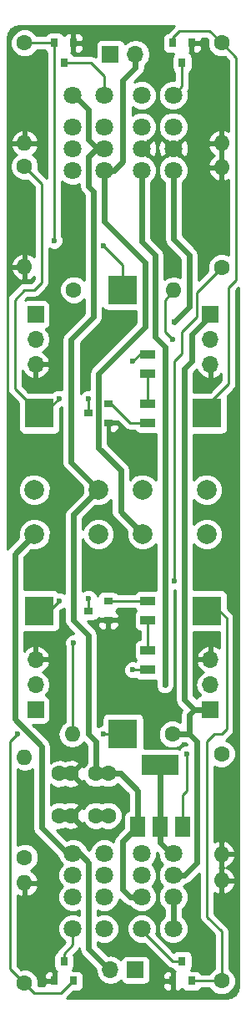
<source format=gbl>
G04 #@! TF.FileFunction,Copper,L2,Bot,Signal*
%FSLAX46Y46*%
G04 Gerber Fmt 4.6, Leading zero omitted, Abs format (unit mm)*
G04 Created by KiCad (PCBNEW 4.0.4+e1-6308~48~ubuntu16.04.1-stable) date Sun Jan 28 16:20:55 2018*
%MOMM*%
%LPD*%
G01*
G04 APERTURE LIST*
%ADD10C,0.100000*%
%ADD11C,1.600000*%
%ADD12O,1.600000X1.600000*%
%ADD13R,1.500000X0.970000*%
%ADD14R,1.700000X1.700000*%
%ADD15O,1.700000X1.700000*%
%ADD16C,1.800000*%
%ADD17R,0.800000X0.900000*%
%ADD18R,0.900000X0.800000*%
%ADD19C,2.000000*%
%ADD20R,3.000000X3.000000*%
%ADD21R,3.800000X2.000000*%
%ADD22R,1.500000X2.000000*%
%ADD23C,0.600000*%
%ADD24C,0.600000*%
%ADD25C,0.250000*%
%ADD26C,0.254000*%
G04 APERTURE END LIST*
D10*
D11*
X107500000Y-77500000D03*
D12*
X117660000Y-77500000D03*
D11*
X109750000Y-126500000D03*
X107250000Y-126500000D03*
X111000000Y-126500000D03*
X106000000Y-126500000D03*
X109750000Y-130750000D03*
X107250000Y-130750000D03*
X111000000Y-130750000D03*
X106000000Y-130750000D03*
D13*
X115000000Y-85955000D03*
X115000000Y-84045000D03*
X115000000Y-114045000D03*
X115000000Y-115955000D03*
X115000000Y-90955000D03*
X115000000Y-89045000D03*
X115000000Y-109045000D03*
X115000000Y-110955000D03*
D14*
X103620000Y-79980000D03*
D15*
X103620000Y-82520000D03*
X103620000Y-85060000D03*
D14*
X111230000Y-53620000D03*
D15*
X113770000Y-53620000D03*
D14*
X121380000Y-79980000D03*
D15*
X121380000Y-82520000D03*
X121380000Y-85060000D03*
D14*
X113770000Y-146380000D03*
D15*
X111230000Y-146380000D03*
D14*
X103620000Y-120020000D03*
D15*
X103620000Y-117480000D03*
X103620000Y-114940000D03*
D14*
X121380000Y-120020000D03*
D15*
X121380000Y-117480000D03*
X121380000Y-114940000D03*
D16*
X107400000Y-57800000D03*
X107400000Y-61000000D03*
X107400000Y-63200000D03*
X107400000Y-65400000D03*
X110600000Y-65400000D03*
X110600000Y-63200000D03*
X110600000Y-61000000D03*
X110600000Y-57800000D03*
X110600000Y-142200000D03*
X110600000Y-139000000D03*
X110600000Y-136800000D03*
X110600000Y-134600000D03*
X107400000Y-134600000D03*
X107400000Y-136800000D03*
X107400000Y-139000000D03*
X107400000Y-142200000D03*
X114400000Y-57800000D03*
X114400000Y-61000000D03*
X114400000Y-63200000D03*
X114400000Y-65400000D03*
X117600000Y-65400000D03*
X117600000Y-63200000D03*
X117600000Y-61000000D03*
X117600000Y-57800000D03*
X117600000Y-142200000D03*
X117600000Y-139000000D03*
X117600000Y-136800000D03*
X117600000Y-134600000D03*
X114400000Y-134600000D03*
X114400000Y-136800000D03*
X114400000Y-139000000D03*
X114400000Y-142200000D03*
D17*
X105550000Y-52500000D03*
X107450000Y-52500000D03*
X106500000Y-54500000D03*
X107450000Y-147500000D03*
X105550000Y-147500000D03*
X106500000Y-145500000D03*
X117550000Y-52500000D03*
X119450000Y-52500000D03*
X118500000Y-54500000D03*
X119450000Y-147500000D03*
X117550000Y-147500000D03*
X118500000Y-145500000D03*
D18*
X111000000Y-89050000D03*
X111000000Y-90950000D03*
X109000000Y-90000000D03*
X111000000Y-109050000D03*
X111000000Y-110950000D03*
X109000000Y-110000000D03*
D11*
X102500000Y-135000000D03*
D12*
X102500000Y-124840000D03*
D11*
X122500000Y-124500000D03*
D12*
X122500000Y-134660000D03*
D19*
X121000000Y-97750000D03*
X121000000Y-102250000D03*
X114500000Y-97750000D03*
X114500000Y-102250000D03*
X110000000Y-97750000D03*
X110000000Y-102250000D03*
X103500000Y-97750000D03*
X103500000Y-102250000D03*
D20*
X104000000Y-90000000D03*
X104000000Y-110000000D03*
X112500000Y-77500000D03*
X112500000Y-122500000D03*
X121000000Y-90000000D03*
X121000000Y-110000000D03*
D11*
X102500000Y-52500000D03*
D12*
X102500000Y-62660000D03*
D11*
X102500000Y-147750000D03*
D12*
X102500000Y-137590000D03*
D11*
X117500000Y-122500000D03*
D12*
X107340000Y-122500000D03*
D11*
X122500000Y-52500000D03*
D12*
X122500000Y-62660000D03*
D11*
X122500000Y-147500000D03*
D12*
X122500000Y-137340000D03*
D11*
X102500000Y-65000000D03*
D12*
X102500000Y-75160000D03*
D11*
X122500000Y-75250000D03*
D12*
X122500000Y-65090000D03*
D21*
X116250000Y-125600000D03*
D22*
X116250000Y-131900000D03*
X113950000Y-131900000D03*
X118550000Y-131900000D03*
D23*
X113500000Y-105750000D03*
X114750000Y-105750000D03*
X111000000Y-114750000D03*
X111000000Y-115750000D03*
X112000000Y-93250000D03*
X113000000Y-93250000D03*
X108750000Y-85000000D03*
X109500000Y-84250000D03*
X113500000Y-84750000D03*
X113500000Y-116000000D03*
X117750000Y-80750000D03*
X116750000Y-117500000D03*
X110500000Y-73000000D03*
X105500000Y-72500000D03*
X110500000Y-122500000D03*
X101750000Y-122500000D03*
X106000000Y-88500000D03*
X109000000Y-88500000D03*
X119000000Y-124500000D03*
X117750000Y-107000000D03*
X106000000Y-109000000D03*
X109000000Y-108750000D03*
X117500000Y-82500000D03*
X107500000Y-113250000D03*
D24*
X111000000Y-126500000D02*
X109750000Y-126500000D01*
X113950000Y-131900000D02*
X113950000Y-128200000D01*
X112250000Y-126500000D02*
X111000000Y-126500000D01*
X113950000Y-128200000D02*
X112250000Y-126500000D01*
X112500000Y-138250000D02*
X112500000Y-133350000D01*
X112500000Y-138250000D02*
X113250000Y-139000000D01*
X114400000Y-139000000D02*
X113250000Y-139000000D01*
X112500000Y-133350000D02*
X113950000Y-131900000D01*
X107250000Y-95000000D02*
X107250000Y-82500000D01*
X109500000Y-67500000D02*
X109000000Y-67000000D01*
X109000000Y-67000000D02*
X109000000Y-64000000D01*
X109000000Y-64000000D02*
X109800000Y-63200000D01*
X109500000Y-80250000D02*
X109500000Y-74750000D01*
X107250000Y-82500000D02*
X109500000Y-80250000D01*
X109500000Y-74750000D02*
X109500000Y-67500000D01*
X110000000Y-97750000D02*
X107250000Y-95000000D01*
X109800000Y-63200000D02*
X110600000Y-63200000D01*
X107500000Y-111000000D02*
X107500000Y-100250000D01*
X107500000Y-100250000D02*
X110000000Y-97750000D01*
X109750000Y-126500000D02*
X109750000Y-123250000D01*
X109000000Y-112500000D02*
X107500000Y-111000000D01*
X109000000Y-122500000D02*
X109000000Y-112500000D01*
X109750000Y-123250000D02*
X109000000Y-122500000D01*
X117600000Y-139000000D02*
X117600000Y-142200000D01*
D25*
X107400000Y-57800000D02*
X107550000Y-57800000D01*
D24*
X107550000Y-57800000D02*
X109000000Y-59250000D01*
X109000000Y-62250000D02*
X109950000Y-63200000D01*
X109000000Y-59250000D02*
X109000000Y-62250000D01*
D25*
X109950000Y-63200000D02*
X110600000Y-63200000D01*
X114750000Y-105750000D02*
X113500000Y-105750000D01*
X111000000Y-115750000D02*
X111000000Y-114750000D01*
X111000000Y-114750000D02*
X111000000Y-110950000D01*
X111000000Y-92250000D02*
X112000000Y-93250000D01*
X111000000Y-92250000D02*
X111000000Y-90950000D01*
X109500000Y-84250000D02*
X108750000Y-85000000D01*
X107250000Y-126500000D02*
X108500000Y-125250000D01*
X107250000Y-130750000D02*
X108500000Y-132000000D01*
X107250000Y-130750000D02*
X108750000Y-129250000D01*
X107250000Y-126500000D02*
X108750000Y-128000000D01*
D24*
X116250000Y-125600000D02*
X116250000Y-131900000D01*
X117600000Y-134600000D02*
X117350000Y-134600000D01*
X117350000Y-134600000D02*
X116250000Y-133500000D01*
X116250000Y-133500000D02*
X116250000Y-131900000D01*
X116900000Y-125250000D02*
X116500000Y-124850000D01*
D25*
X117450000Y-125300000D02*
X117500000Y-125250000D01*
X115000000Y-84045000D02*
X114205000Y-84045000D01*
X114205000Y-84045000D02*
X113500000Y-84750000D01*
D24*
X119250000Y-122500000D02*
X119250000Y-120540000D01*
X119250000Y-120540000D02*
X119770000Y-120020000D01*
X117500000Y-122500000D02*
X119250000Y-122500000D01*
X118700000Y-136800000D02*
X117600000Y-136800000D01*
X120000000Y-135500000D02*
X118700000Y-136800000D01*
X120000000Y-123250000D02*
X120000000Y-135500000D01*
X119250000Y-122500000D02*
X120000000Y-123250000D01*
D25*
X117500000Y-122500000D02*
X117500000Y-122290000D01*
X121380000Y-79980000D02*
X121380000Y-80120000D01*
D24*
X121380000Y-80120000D02*
X119500000Y-82000000D01*
X119500000Y-82000000D02*
X119500000Y-84750000D01*
X119500000Y-84750000D02*
X118750000Y-85500000D01*
X118750000Y-85500000D02*
X118750000Y-119000000D01*
X118750000Y-119000000D02*
X119770000Y-120020000D01*
X119770000Y-120020000D02*
X121380000Y-120020000D01*
D25*
X113545000Y-115955000D02*
X115000000Y-115955000D01*
X113500000Y-116000000D02*
X113545000Y-115955000D01*
X115000000Y-89045000D02*
X115000000Y-85955000D01*
X115000000Y-110955000D02*
X115000000Y-114045000D01*
X111000000Y-89050000D02*
X111300000Y-89050000D01*
X111300000Y-89050000D02*
X113205000Y-90955000D01*
X113205000Y-90955000D02*
X115000000Y-90955000D01*
X115000000Y-109045000D02*
X111005000Y-109045000D01*
X111005000Y-109045000D02*
X111000000Y-109050000D01*
D24*
X119250000Y-78750000D02*
X119250000Y-79250000D01*
X119250000Y-79250000D02*
X117750000Y-80750000D01*
X119250000Y-78750000D02*
X119250000Y-74000000D01*
X117600000Y-72350000D02*
X119250000Y-74000000D01*
X117600000Y-65400000D02*
X117600000Y-72350000D01*
X110600000Y-65400000D02*
X110600000Y-70600000D01*
X112250000Y-100000000D02*
X114500000Y-102250000D01*
X112250000Y-95750000D02*
X112250000Y-100000000D01*
X110000000Y-93500000D02*
X112250000Y-95750000D01*
X110000000Y-86000000D02*
X110000000Y-93500000D01*
X114750000Y-81250000D02*
X110000000Y-86000000D01*
X114750000Y-74750000D02*
X114750000Y-81250000D01*
X110600000Y-70600000D02*
X114750000Y-74750000D01*
X113770000Y-53620000D02*
X113770000Y-54980000D01*
X111600000Y-65400000D02*
X110600000Y-65400000D01*
X112500000Y-64500000D02*
X111600000Y-65400000D01*
X112500000Y-56250000D02*
X112500000Y-64500000D01*
X113770000Y-54980000D02*
X112500000Y-56250000D01*
X107400000Y-134600000D02*
X106850000Y-134600000D01*
X106850000Y-134600000D02*
X104250000Y-132000000D01*
X101500000Y-104250000D02*
X103500000Y-102250000D01*
X101500000Y-121000000D02*
X101500000Y-104250000D01*
X104250000Y-123750000D02*
X101500000Y-121000000D01*
X104250000Y-132000000D02*
X104250000Y-123750000D01*
D25*
X111230000Y-146380000D02*
X111130000Y-146380000D01*
D24*
X111130000Y-146380000D02*
X109000000Y-144250000D01*
X109000000Y-144250000D02*
X109000000Y-135500000D01*
X109000000Y-135500000D02*
X108100000Y-134600000D01*
X108100000Y-134600000D02*
X107400000Y-134600000D01*
X114400000Y-65400000D02*
X114400000Y-72650000D01*
X116750000Y-83250000D02*
X116750000Y-117500000D01*
X115750000Y-82250000D02*
X116750000Y-83250000D01*
X115750000Y-74000000D02*
X115750000Y-82250000D01*
X114400000Y-72650000D02*
X115750000Y-74000000D01*
D25*
X110600000Y-57800000D02*
X110600000Y-55850000D01*
X109250000Y-54500000D02*
X106500000Y-54500000D01*
X110600000Y-55850000D02*
X109250000Y-54500000D01*
X106500000Y-145500000D02*
X106500000Y-144750000D01*
X107400000Y-143850000D02*
X107400000Y-142200000D01*
X106500000Y-144750000D02*
X107400000Y-143850000D01*
X118500000Y-54500000D02*
X118500000Y-56900000D01*
X118500000Y-56900000D02*
X117600000Y-57800000D01*
X114400000Y-142200000D02*
X114400000Y-142400000D01*
X114400000Y-142400000D02*
X117500000Y-145500000D01*
X117500000Y-145500000D02*
X118500000Y-145500000D01*
X105550000Y-69800000D02*
X105550000Y-69550000D01*
X105550000Y-52500000D02*
X105550000Y-69550000D01*
X112500000Y-75000000D02*
X110500000Y-73000000D01*
X105500000Y-72500000D02*
X105550000Y-72450000D01*
X105550000Y-72450000D02*
X105550000Y-69800000D01*
X112500000Y-75000000D02*
X112500000Y-77500000D01*
X112500000Y-76500000D02*
X112500000Y-77500000D01*
X102500000Y-52500000D02*
X105550000Y-52500000D01*
X102500000Y-147750000D02*
X103500000Y-148750000D01*
X106200000Y-148750000D02*
X107450000Y-147500000D01*
X103500000Y-148750000D02*
X106200000Y-148750000D01*
X101000000Y-141000000D02*
X101000000Y-146250000D01*
X101000000Y-141000000D02*
X101000000Y-123750000D01*
X112500000Y-122500000D02*
X110500000Y-122500000D01*
X101000000Y-123250000D02*
X101750000Y-122500000D01*
X101000000Y-123750000D02*
X101000000Y-123250000D01*
X101000000Y-146250000D02*
X102500000Y-147750000D01*
X121000000Y-90000000D02*
X121000000Y-89250000D01*
X121000000Y-89250000D02*
X123250000Y-87000000D01*
X124000000Y-54000000D02*
X122500000Y-52500000D01*
X124000000Y-76500000D02*
X124000000Y-54000000D01*
X123250000Y-77250000D02*
X124000000Y-76500000D01*
X123250000Y-87000000D02*
X123250000Y-77250000D01*
X117550000Y-52500000D02*
X117550000Y-51950000D01*
X121250000Y-51250000D02*
X122500000Y-52500000D01*
X118250000Y-51250000D02*
X121250000Y-51250000D01*
X117550000Y-51950000D02*
X118250000Y-51250000D01*
X121000000Y-110000000D02*
X122250000Y-110000000D01*
X122250000Y-110000000D02*
X123000000Y-110750000D01*
X123000000Y-110750000D02*
X123000000Y-122000000D01*
X123000000Y-122000000D02*
X122500000Y-122500000D01*
X122500000Y-147500000D02*
X122500000Y-142500000D01*
X121750000Y-122500000D02*
X122500000Y-122500000D01*
X121000000Y-123250000D02*
X121750000Y-122500000D01*
X121000000Y-141000000D02*
X121000000Y-123250000D01*
X122500000Y-142500000D02*
X121000000Y-141000000D01*
X119450000Y-147500000D02*
X122500000Y-147500000D01*
X109000000Y-90000000D02*
X109000000Y-88500000D01*
X106000000Y-88500000D02*
X104500000Y-90000000D01*
X104500000Y-90000000D02*
X104000000Y-90000000D01*
X104000000Y-90000000D02*
X101500000Y-87500000D01*
X104250000Y-66750000D02*
X102500000Y-65000000D01*
X104250000Y-76750000D02*
X104250000Y-66750000D01*
X103500000Y-77500000D02*
X104250000Y-76750000D01*
X102500000Y-77500000D02*
X103500000Y-77500000D01*
X101500000Y-78500000D02*
X102500000Y-77500000D01*
X101500000Y-87500000D02*
X101500000Y-78500000D01*
X118550000Y-131900000D02*
X118550000Y-128700000D01*
X119000000Y-128250000D02*
X119000000Y-124500000D01*
X118550000Y-128700000D02*
X119000000Y-128250000D01*
X120250000Y-77500000D02*
X120000000Y-77750000D01*
X120250000Y-77500000D02*
X122500000Y-75250000D01*
X117750000Y-84750000D02*
X117750000Y-107000000D01*
X118500000Y-84000000D02*
X117750000Y-84750000D01*
X118500000Y-81750000D02*
X118500000Y-84000000D01*
X120000000Y-80250000D02*
X118500000Y-81750000D01*
X120000000Y-77750000D02*
X120000000Y-80250000D01*
X109000000Y-110000000D02*
X109000000Y-108750000D01*
X106000000Y-109000000D02*
X105000000Y-110000000D01*
X105000000Y-110000000D02*
X104000000Y-110000000D01*
X117660000Y-77500000D02*
X117660000Y-77590000D01*
X117660000Y-77590000D02*
X116750000Y-78500000D01*
X116750000Y-78500000D02*
X116750000Y-81750000D01*
X116750000Y-81750000D02*
X117500000Y-82500000D01*
X107340000Y-113410000D02*
X107340000Y-122500000D01*
X107500000Y-113250000D02*
X107340000Y-113410000D01*
D26*
G36*
X124265000Y-147927610D02*
X124155404Y-148478584D01*
X123884308Y-148884309D01*
X123478585Y-149155404D01*
X122927610Y-149265000D01*
X106759802Y-149265000D01*
X107427362Y-148597440D01*
X107850000Y-148597440D01*
X108085317Y-148553162D01*
X108301441Y-148414090D01*
X108446431Y-148201890D01*
X108497440Y-147950000D01*
X108497440Y-147050000D01*
X108453162Y-146814683D01*
X108314090Y-146598559D01*
X108101890Y-146453569D01*
X107850000Y-146402560D01*
X107359319Y-146402560D01*
X107496431Y-146201890D01*
X107547440Y-145950000D01*
X107547440Y-145050000D01*
X107504264Y-144820538D01*
X107937401Y-144387401D01*
X108065000Y-144196436D01*
X108065000Y-144250000D01*
X108136173Y-144607809D01*
X108338855Y-144911145D01*
X109750577Y-146322867D01*
X109745000Y-146350907D01*
X109745000Y-146409093D01*
X109858039Y-146977378D01*
X110179946Y-147459147D01*
X110661715Y-147781054D01*
X111230000Y-147894093D01*
X111798285Y-147781054D01*
X112280054Y-147459147D01*
X112307850Y-147417548D01*
X112316838Y-147465317D01*
X112455910Y-147681441D01*
X112668110Y-147826431D01*
X112920000Y-147877440D01*
X114620000Y-147877440D01*
X114855317Y-147833162D01*
X114928997Y-147785750D01*
X116515000Y-147785750D01*
X116515000Y-148076309D01*
X116611673Y-148309698D01*
X116790301Y-148488327D01*
X117023690Y-148585000D01*
X117264250Y-148585000D01*
X117423000Y-148426250D01*
X117423000Y-147627000D01*
X116673750Y-147627000D01*
X116515000Y-147785750D01*
X114928997Y-147785750D01*
X115071441Y-147694090D01*
X115216431Y-147481890D01*
X115267440Y-147230000D01*
X115267440Y-146923691D01*
X116515000Y-146923691D01*
X116515000Y-147214250D01*
X116673750Y-147373000D01*
X117423000Y-147373000D01*
X117423000Y-146573750D01*
X117264250Y-146415000D01*
X117023690Y-146415000D01*
X116790301Y-146511673D01*
X116611673Y-146690302D01*
X116515000Y-146923691D01*
X115267440Y-146923691D01*
X115267440Y-145530000D01*
X115223162Y-145294683D01*
X115084090Y-145078559D01*
X114871890Y-144933569D01*
X114620000Y-144882560D01*
X112920000Y-144882560D01*
X112684683Y-144926838D01*
X112468559Y-145065910D01*
X112323569Y-145278110D01*
X112309914Y-145345541D01*
X112280054Y-145300853D01*
X111798285Y-144978946D01*
X111230000Y-144865907D01*
X110986610Y-144914320D01*
X109935000Y-143862710D01*
X109935000Y-143585941D01*
X110293330Y-143734733D01*
X110903991Y-143735265D01*
X111468371Y-143502068D01*
X111900551Y-143070643D01*
X112134733Y-142506670D01*
X112135265Y-141896009D01*
X111902068Y-141331629D01*
X111470643Y-140899449D01*
X110906670Y-140665267D01*
X110296009Y-140664735D01*
X109935000Y-140813901D01*
X109935000Y-140385941D01*
X110293330Y-140534733D01*
X110903991Y-140535265D01*
X111468371Y-140302068D01*
X111900551Y-139870643D01*
X112134733Y-139306670D01*
X112134820Y-139207110D01*
X112588855Y-139661145D01*
X112892191Y-139863827D01*
X113143247Y-139913765D01*
X113529357Y-140300551D01*
X114093330Y-140534733D01*
X114703991Y-140535265D01*
X115268371Y-140302068D01*
X115700551Y-139870643D01*
X115934733Y-139306670D01*
X115935265Y-138696009D01*
X115702068Y-138131629D01*
X115470818Y-137899974D01*
X115700551Y-137670643D01*
X115934733Y-137106670D01*
X115935265Y-136496009D01*
X115702068Y-135931629D01*
X115470818Y-135699974D01*
X115700551Y-135470643D01*
X115934733Y-134906670D01*
X115935081Y-134507371D01*
X116064967Y-134637257D01*
X116064735Y-134903991D01*
X116297932Y-135468371D01*
X116529182Y-135700026D01*
X116299449Y-135929357D01*
X116065267Y-136493330D01*
X116064735Y-137103991D01*
X116297932Y-137668371D01*
X116529182Y-137900026D01*
X116299449Y-138129357D01*
X116065267Y-138693330D01*
X116064735Y-139303991D01*
X116297932Y-139868371D01*
X116665000Y-140236081D01*
X116665000Y-140964445D01*
X116299449Y-141329357D01*
X116065267Y-141893330D01*
X116064735Y-142503991D01*
X116297932Y-143068371D01*
X116729357Y-143500551D01*
X117293330Y-143734733D01*
X117903991Y-143735265D01*
X118468371Y-143502068D01*
X118900551Y-143070643D01*
X119134733Y-142506670D01*
X119135265Y-141896009D01*
X118902068Y-141331629D01*
X118535000Y-140963919D01*
X118535000Y-140235555D01*
X118900551Y-139870643D01*
X119134733Y-139306670D01*
X119135265Y-138696009D01*
X118902068Y-138131629D01*
X118670818Y-137899974D01*
X118869945Y-137701196D01*
X119057809Y-137663827D01*
X119361145Y-137461145D01*
X120240000Y-136582290D01*
X120240000Y-141000000D01*
X120297852Y-141290839D01*
X120462599Y-141537401D01*
X121740000Y-142814802D01*
X121740000Y-146261354D01*
X121688200Y-146282757D01*
X121284176Y-146686077D01*
X121261785Y-146740000D01*
X120405105Y-146740000D01*
X120314090Y-146598559D01*
X120101890Y-146453569D01*
X119850000Y-146402560D01*
X119359319Y-146402560D01*
X119496431Y-146201890D01*
X119547440Y-145950000D01*
X119547440Y-145050000D01*
X119503162Y-144814683D01*
X119364090Y-144598559D01*
X119151890Y-144453569D01*
X118900000Y-144402560D01*
X118100000Y-144402560D01*
X117864683Y-144446838D01*
X117655954Y-144581152D01*
X115831085Y-142756283D01*
X115934733Y-142506670D01*
X115935265Y-141896009D01*
X115702068Y-141331629D01*
X115270643Y-140899449D01*
X114706670Y-140665267D01*
X114096009Y-140664735D01*
X113531629Y-140897932D01*
X113099449Y-141329357D01*
X112865267Y-141893330D01*
X112864735Y-142503991D01*
X113097932Y-143068371D01*
X113529357Y-143500551D01*
X114093330Y-143734733D01*
X114660425Y-143735227D01*
X116962599Y-146037401D01*
X117209161Y-146202148D01*
X117500000Y-146260000D01*
X117544895Y-146260000D01*
X117635910Y-146401441D01*
X117762686Y-146488064D01*
X117677000Y-146573750D01*
X117677000Y-147373000D01*
X117697000Y-147373000D01*
X117697000Y-147627000D01*
X117677000Y-147627000D01*
X117677000Y-148426250D01*
X117835750Y-148585000D01*
X118076310Y-148585000D01*
X118309699Y-148488327D01*
X118488327Y-148309698D01*
X118503423Y-148273253D01*
X118585910Y-148401441D01*
X118798110Y-148546431D01*
X119050000Y-148597440D01*
X119850000Y-148597440D01*
X120085317Y-148553162D01*
X120301441Y-148414090D01*
X120406726Y-148260000D01*
X121261354Y-148260000D01*
X121282757Y-148311800D01*
X121686077Y-148715824D01*
X122213309Y-148934750D01*
X122784187Y-148935248D01*
X123311800Y-148717243D01*
X123715824Y-148313923D01*
X123934750Y-147786691D01*
X123935248Y-147215813D01*
X123717243Y-146688200D01*
X123313923Y-146284176D01*
X123260000Y-146261785D01*
X123260000Y-142500000D01*
X123202148Y-142209161D01*
X123202148Y-142209160D01*
X123037401Y-141962599D01*
X121760000Y-140685198D01*
X121760000Y-138568707D01*
X121762577Y-138571041D01*
X122150961Y-138731904D01*
X122373000Y-138609915D01*
X122373000Y-137467000D01*
X122627000Y-137467000D01*
X122627000Y-138609915D01*
X122849039Y-138731904D01*
X123237423Y-138571041D01*
X123652389Y-138195134D01*
X123891914Y-137689041D01*
X123770629Y-137467000D01*
X122627000Y-137467000D01*
X122373000Y-137467000D01*
X122353000Y-137467000D01*
X122353000Y-137213000D01*
X122373000Y-137213000D01*
X122373000Y-136070085D01*
X122245434Y-136000000D01*
X122373000Y-135929915D01*
X122373000Y-134787000D01*
X122627000Y-134787000D01*
X122627000Y-135929915D01*
X122754566Y-136000000D01*
X122627000Y-136070085D01*
X122627000Y-137213000D01*
X123770629Y-137213000D01*
X123891914Y-136990959D01*
X123652389Y-136484866D01*
X123237423Y-136108959D01*
X122974355Y-136000000D01*
X123237423Y-135891041D01*
X123652389Y-135515134D01*
X123891914Y-135009041D01*
X123770629Y-134787000D01*
X122627000Y-134787000D01*
X122373000Y-134787000D01*
X122353000Y-134787000D01*
X122353000Y-134533000D01*
X122373000Y-134533000D01*
X122373000Y-133390085D01*
X122627000Y-133390085D01*
X122627000Y-134533000D01*
X123770629Y-134533000D01*
X123891914Y-134310959D01*
X123652389Y-133804866D01*
X123237423Y-133428959D01*
X122849039Y-133268096D01*
X122627000Y-133390085D01*
X122373000Y-133390085D01*
X122150961Y-133268096D01*
X121762577Y-133428959D01*
X121760000Y-133431293D01*
X121760000Y-125746520D01*
X122213309Y-125934750D01*
X122784187Y-125935248D01*
X123311800Y-125717243D01*
X123715824Y-125313923D01*
X123934750Y-124786691D01*
X123935248Y-124215813D01*
X123717243Y-123688200D01*
X123313923Y-123284176D01*
X122915607Y-123118781D01*
X123037401Y-123037401D01*
X123537401Y-122537401D01*
X123702148Y-122290839D01*
X123760000Y-122000000D01*
X123760000Y-110750000D01*
X123702148Y-110459161D01*
X123702148Y-110459160D01*
X123537401Y-110212599D01*
X123147440Y-109822638D01*
X123147440Y-108500000D01*
X123103162Y-108264683D01*
X122964090Y-108048559D01*
X122751890Y-107903569D01*
X122500000Y-107852560D01*
X119685000Y-107852560D01*
X119685000Y-103246963D01*
X120072637Y-103635278D01*
X120673352Y-103884716D01*
X121323795Y-103885284D01*
X121924943Y-103636894D01*
X122385278Y-103177363D01*
X122634716Y-102576648D01*
X122635284Y-101926205D01*
X122386894Y-101325057D01*
X121927363Y-100864722D01*
X121326648Y-100615284D01*
X120676205Y-100614716D01*
X120075057Y-100863106D01*
X119685000Y-101252482D01*
X119685000Y-98746963D01*
X120072637Y-99135278D01*
X120673352Y-99384716D01*
X121323795Y-99385284D01*
X121924943Y-99136894D01*
X122385278Y-98677363D01*
X122634716Y-98076648D01*
X122635284Y-97426205D01*
X122386894Y-96825057D01*
X121927363Y-96364722D01*
X121326648Y-96115284D01*
X120676205Y-96114716D01*
X120075057Y-96363106D01*
X119685000Y-96752482D01*
X119685000Y-92147440D01*
X122500000Y-92147440D01*
X122735317Y-92103162D01*
X122951441Y-91964090D01*
X123096431Y-91751890D01*
X123147440Y-91500000D01*
X123147440Y-88500000D01*
X123103162Y-88264683D01*
X123086309Y-88238493D01*
X123787401Y-87537401D01*
X123952148Y-87290839D01*
X124010000Y-87000000D01*
X124010000Y-77564802D01*
X124265000Y-77309802D01*
X124265000Y-147927610D01*
X124265000Y-147927610D01*
G37*
X124265000Y-147927610D02*
X124155404Y-148478584D01*
X123884308Y-148884309D01*
X123478585Y-149155404D01*
X122927610Y-149265000D01*
X106759802Y-149265000D01*
X107427362Y-148597440D01*
X107850000Y-148597440D01*
X108085317Y-148553162D01*
X108301441Y-148414090D01*
X108446431Y-148201890D01*
X108497440Y-147950000D01*
X108497440Y-147050000D01*
X108453162Y-146814683D01*
X108314090Y-146598559D01*
X108101890Y-146453569D01*
X107850000Y-146402560D01*
X107359319Y-146402560D01*
X107496431Y-146201890D01*
X107547440Y-145950000D01*
X107547440Y-145050000D01*
X107504264Y-144820538D01*
X107937401Y-144387401D01*
X108065000Y-144196436D01*
X108065000Y-144250000D01*
X108136173Y-144607809D01*
X108338855Y-144911145D01*
X109750577Y-146322867D01*
X109745000Y-146350907D01*
X109745000Y-146409093D01*
X109858039Y-146977378D01*
X110179946Y-147459147D01*
X110661715Y-147781054D01*
X111230000Y-147894093D01*
X111798285Y-147781054D01*
X112280054Y-147459147D01*
X112307850Y-147417548D01*
X112316838Y-147465317D01*
X112455910Y-147681441D01*
X112668110Y-147826431D01*
X112920000Y-147877440D01*
X114620000Y-147877440D01*
X114855317Y-147833162D01*
X114928997Y-147785750D01*
X116515000Y-147785750D01*
X116515000Y-148076309D01*
X116611673Y-148309698D01*
X116790301Y-148488327D01*
X117023690Y-148585000D01*
X117264250Y-148585000D01*
X117423000Y-148426250D01*
X117423000Y-147627000D01*
X116673750Y-147627000D01*
X116515000Y-147785750D01*
X114928997Y-147785750D01*
X115071441Y-147694090D01*
X115216431Y-147481890D01*
X115267440Y-147230000D01*
X115267440Y-146923691D01*
X116515000Y-146923691D01*
X116515000Y-147214250D01*
X116673750Y-147373000D01*
X117423000Y-147373000D01*
X117423000Y-146573750D01*
X117264250Y-146415000D01*
X117023690Y-146415000D01*
X116790301Y-146511673D01*
X116611673Y-146690302D01*
X116515000Y-146923691D01*
X115267440Y-146923691D01*
X115267440Y-145530000D01*
X115223162Y-145294683D01*
X115084090Y-145078559D01*
X114871890Y-144933569D01*
X114620000Y-144882560D01*
X112920000Y-144882560D01*
X112684683Y-144926838D01*
X112468559Y-145065910D01*
X112323569Y-145278110D01*
X112309914Y-145345541D01*
X112280054Y-145300853D01*
X111798285Y-144978946D01*
X111230000Y-144865907D01*
X110986610Y-144914320D01*
X109935000Y-143862710D01*
X109935000Y-143585941D01*
X110293330Y-143734733D01*
X110903991Y-143735265D01*
X111468371Y-143502068D01*
X111900551Y-143070643D01*
X112134733Y-142506670D01*
X112135265Y-141896009D01*
X111902068Y-141331629D01*
X111470643Y-140899449D01*
X110906670Y-140665267D01*
X110296009Y-140664735D01*
X109935000Y-140813901D01*
X109935000Y-140385941D01*
X110293330Y-140534733D01*
X110903991Y-140535265D01*
X111468371Y-140302068D01*
X111900551Y-139870643D01*
X112134733Y-139306670D01*
X112134820Y-139207110D01*
X112588855Y-139661145D01*
X112892191Y-139863827D01*
X113143247Y-139913765D01*
X113529357Y-140300551D01*
X114093330Y-140534733D01*
X114703991Y-140535265D01*
X115268371Y-140302068D01*
X115700551Y-139870643D01*
X115934733Y-139306670D01*
X115935265Y-138696009D01*
X115702068Y-138131629D01*
X115470818Y-137899974D01*
X115700551Y-137670643D01*
X115934733Y-137106670D01*
X115935265Y-136496009D01*
X115702068Y-135931629D01*
X115470818Y-135699974D01*
X115700551Y-135470643D01*
X115934733Y-134906670D01*
X115935081Y-134507371D01*
X116064967Y-134637257D01*
X116064735Y-134903991D01*
X116297932Y-135468371D01*
X116529182Y-135700026D01*
X116299449Y-135929357D01*
X116065267Y-136493330D01*
X116064735Y-137103991D01*
X116297932Y-137668371D01*
X116529182Y-137900026D01*
X116299449Y-138129357D01*
X116065267Y-138693330D01*
X116064735Y-139303991D01*
X116297932Y-139868371D01*
X116665000Y-140236081D01*
X116665000Y-140964445D01*
X116299449Y-141329357D01*
X116065267Y-141893330D01*
X116064735Y-142503991D01*
X116297932Y-143068371D01*
X116729357Y-143500551D01*
X117293330Y-143734733D01*
X117903991Y-143735265D01*
X118468371Y-143502068D01*
X118900551Y-143070643D01*
X119134733Y-142506670D01*
X119135265Y-141896009D01*
X118902068Y-141331629D01*
X118535000Y-140963919D01*
X118535000Y-140235555D01*
X118900551Y-139870643D01*
X119134733Y-139306670D01*
X119135265Y-138696009D01*
X118902068Y-138131629D01*
X118670818Y-137899974D01*
X118869945Y-137701196D01*
X119057809Y-137663827D01*
X119361145Y-137461145D01*
X120240000Y-136582290D01*
X120240000Y-141000000D01*
X120297852Y-141290839D01*
X120462599Y-141537401D01*
X121740000Y-142814802D01*
X121740000Y-146261354D01*
X121688200Y-146282757D01*
X121284176Y-146686077D01*
X121261785Y-146740000D01*
X120405105Y-146740000D01*
X120314090Y-146598559D01*
X120101890Y-146453569D01*
X119850000Y-146402560D01*
X119359319Y-146402560D01*
X119496431Y-146201890D01*
X119547440Y-145950000D01*
X119547440Y-145050000D01*
X119503162Y-144814683D01*
X119364090Y-144598559D01*
X119151890Y-144453569D01*
X118900000Y-144402560D01*
X118100000Y-144402560D01*
X117864683Y-144446838D01*
X117655954Y-144581152D01*
X115831085Y-142756283D01*
X115934733Y-142506670D01*
X115935265Y-141896009D01*
X115702068Y-141331629D01*
X115270643Y-140899449D01*
X114706670Y-140665267D01*
X114096009Y-140664735D01*
X113531629Y-140897932D01*
X113099449Y-141329357D01*
X112865267Y-141893330D01*
X112864735Y-142503991D01*
X113097932Y-143068371D01*
X113529357Y-143500551D01*
X114093330Y-143734733D01*
X114660425Y-143735227D01*
X116962599Y-146037401D01*
X117209161Y-146202148D01*
X117500000Y-146260000D01*
X117544895Y-146260000D01*
X117635910Y-146401441D01*
X117762686Y-146488064D01*
X117677000Y-146573750D01*
X117677000Y-147373000D01*
X117697000Y-147373000D01*
X117697000Y-147627000D01*
X117677000Y-147627000D01*
X117677000Y-148426250D01*
X117835750Y-148585000D01*
X118076310Y-148585000D01*
X118309699Y-148488327D01*
X118488327Y-148309698D01*
X118503423Y-148273253D01*
X118585910Y-148401441D01*
X118798110Y-148546431D01*
X119050000Y-148597440D01*
X119850000Y-148597440D01*
X120085317Y-148553162D01*
X120301441Y-148414090D01*
X120406726Y-148260000D01*
X121261354Y-148260000D01*
X121282757Y-148311800D01*
X121686077Y-148715824D01*
X122213309Y-148934750D01*
X122784187Y-148935248D01*
X123311800Y-148717243D01*
X123715824Y-148313923D01*
X123934750Y-147786691D01*
X123935248Y-147215813D01*
X123717243Y-146688200D01*
X123313923Y-146284176D01*
X123260000Y-146261785D01*
X123260000Y-142500000D01*
X123202148Y-142209161D01*
X123202148Y-142209160D01*
X123037401Y-141962599D01*
X121760000Y-140685198D01*
X121760000Y-138568707D01*
X121762577Y-138571041D01*
X122150961Y-138731904D01*
X122373000Y-138609915D01*
X122373000Y-137467000D01*
X122627000Y-137467000D01*
X122627000Y-138609915D01*
X122849039Y-138731904D01*
X123237423Y-138571041D01*
X123652389Y-138195134D01*
X123891914Y-137689041D01*
X123770629Y-137467000D01*
X122627000Y-137467000D01*
X122373000Y-137467000D01*
X122353000Y-137467000D01*
X122353000Y-137213000D01*
X122373000Y-137213000D01*
X122373000Y-136070085D01*
X122245434Y-136000000D01*
X122373000Y-135929915D01*
X122373000Y-134787000D01*
X122627000Y-134787000D01*
X122627000Y-135929915D01*
X122754566Y-136000000D01*
X122627000Y-136070085D01*
X122627000Y-137213000D01*
X123770629Y-137213000D01*
X123891914Y-136990959D01*
X123652389Y-136484866D01*
X123237423Y-136108959D01*
X122974355Y-136000000D01*
X123237423Y-135891041D01*
X123652389Y-135515134D01*
X123891914Y-135009041D01*
X123770629Y-134787000D01*
X122627000Y-134787000D01*
X122373000Y-134787000D01*
X122353000Y-134787000D01*
X122353000Y-134533000D01*
X122373000Y-134533000D01*
X122373000Y-133390085D01*
X122627000Y-133390085D01*
X122627000Y-134533000D01*
X123770629Y-134533000D01*
X123891914Y-134310959D01*
X123652389Y-133804866D01*
X123237423Y-133428959D01*
X122849039Y-133268096D01*
X122627000Y-133390085D01*
X122373000Y-133390085D01*
X122150961Y-133268096D01*
X121762577Y-133428959D01*
X121760000Y-133431293D01*
X121760000Y-125746520D01*
X122213309Y-125934750D01*
X122784187Y-125935248D01*
X123311800Y-125717243D01*
X123715824Y-125313923D01*
X123934750Y-124786691D01*
X123935248Y-124215813D01*
X123717243Y-123688200D01*
X123313923Y-123284176D01*
X122915607Y-123118781D01*
X123037401Y-123037401D01*
X123537401Y-122537401D01*
X123702148Y-122290839D01*
X123760000Y-122000000D01*
X123760000Y-110750000D01*
X123702148Y-110459161D01*
X123702148Y-110459160D01*
X123537401Y-110212599D01*
X123147440Y-109822638D01*
X123147440Y-108500000D01*
X123103162Y-108264683D01*
X122964090Y-108048559D01*
X122751890Y-107903569D01*
X122500000Y-107852560D01*
X119685000Y-107852560D01*
X119685000Y-103246963D01*
X120072637Y-103635278D01*
X120673352Y-103884716D01*
X121323795Y-103885284D01*
X121924943Y-103636894D01*
X122385278Y-103177363D01*
X122634716Y-102576648D01*
X122635284Y-101926205D01*
X122386894Y-101325057D01*
X121927363Y-100864722D01*
X121326648Y-100615284D01*
X120676205Y-100614716D01*
X120075057Y-100863106D01*
X119685000Y-101252482D01*
X119685000Y-98746963D01*
X120072637Y-99135278D01*
X120673352Y-99384716D01*
X121323795Y-99385284D01*
X121924943Y-99136894D01*
X122385278Y-98677363D01*
X122634716Y-98076648D01*
X122635284Y-97426205D01*
X122386894Y-96825057D01*
X121927363Y-96364722D01*
X121326648Y-96115284D01*
X120676205Y-96114716D01*
X120075057Y-96363106D01*
X119685000Y-96752482D01*
X119685000Y-92147440D01*
X122500000Y-92147440D01*
X122735317Y-92103162D01*
X122951441Y-91964090D01*
X123096431Y-91751890D01*
X123147440Y-91500000D01*
X123147440Y-88500000D01*
X123103162Y-88264683D01*
X123086309Y-88238493D01*
X123787401Y-87537401D01*
X123952148Y-87290839D01*
X124010000Y-87000000D01*
X124010000Y-77564802D01*
X124265000Y-77309802D01*
X124265000Y-147927610D01*
G36*
X103315000Y-132000000D02*
X103386173Y-132357809D01*
X103588855Y-132661145D01*
X105887995Y-134960285D01*
X106097932Y-135468371D01*
X106329182Y-135700026D01*
X106099449Y-135929357D01*
X105865267Y-136493330D01*
X105864735Y-137103991D01*
X106097932Y-137668371D01*
X106329182Y-137900026D01*
X106099449Y-138129357D01*
X105865267Y-138693330D01*
X105864735Y-139303991D01*
X106097932Y-139868371D01*
X106529357Y-140300551D01*
X107093330Y-140534733D01*
X107703991Y-140535265D01*
X108065000Y-140386099D01*
X108065000Y-140814059D01*
X107706670Y-140665267D01*
X107096009Y-140664735D01*
X106531629Y-140897932D01*
X106099449Y-141329357D01*
X105865267Y-141893330D01*
X105864735Y-142503991D01*
X106097932Y-143068371D01*
X106529357Y-143500551D01*
X106632018Y-143543180D01*
X105962599Y-144212599D01*
X105797852Y-144459161D01*
X105790853Y-144494346D01*
X105648559Y-144585910D01*
X105503569Y-144798110D01*
X105452560Y-145050000D01*
X105452560Y-145950000D01*
X105496838Y-146185317D01*
X105635910Y-146401441D01*
X105762686Y-146488064D01*
X105677000Y-146573750D01*
X105677000Y-147373000D01*
X105697000Y-147373000D01*
X105697000Y-147627000D01*
X105677000Y-147627000D01*
X105677000Y-147647000D01*
X105423000Y-147647000D01*
X105423000Y-147627000D01*
X104673750Y-147627000D01*
X104515000Y-147785750D01*
X104515000Y-147990000D01*
X103934791Y-147990000D01*
X103935248Y-147465813D01*
X103717243Y-146938200D01*
X103702760Y-146923691D01*
X104515000Y-146923691D01*
X104515000Y-147214250D01*
X104673750Y-147373000D01*
X105423000Y-147373000D01*
X105423000Y-146573750D01*
X105264250Y-146415000D01*
X105023690Y-146415000D01*
X104790301Y-146511673D01*
X104611673Y-146690302D01*
X104515000Y-146923691D01*
X103702760Y-146923691D01*
X103313923Y-146534176D01*
X102786691Y-146315250D01*
X102215813Y-146314752D01*
X102161851Y-146337049D01*
X101760000Y-145935198D01*
X101760000Y-138818707D01*
X101762577Y-138821041D01*
X102150961Y-138981904D01*
X102373000Y-138859915D01*
X102373000Y-137717000D01*
X102627000Y-137717000D01*
X102627000Y-138859915D01*
X102849039Y-138981904D01*
X103237423Y-138821041D01*
X103652389Y-138445134D01*
X103891914Y-137939041D01*
X103770629Y-137717000D01*
X102627000Y-137717000D01*
X102373000Y-137717000D01*
X102353000Y-137717000D01*
X102353000Y-137463000D01*
X102373000Y-137463000D01*
X102373000Y-137443000D01*
X102627000Y-137443000D01*
X102627000Y-137463000D01*
X103770629Y-137463000D01*
X103891914Y-137240959D01*
X103652389Y-136734866D01*
X103237423Y-136358959D01*
X103103283Y-136303400D01*
X103311800Y-136217243D01*
X103715824Y-135813923D01*
X103934750Y-135286691D01*
X103935248Y-134715813D01*
X103717243Y-134188200D01*
X103313923Y-133784176D01*
X102786691Y-133565250D01*
X102215813Y-133564752D01*
X101760000Y-133753090D01*
X101760000Y-126066359D01*
X101950849Y-126193880D01*
X102500000Y-126303113D01*
X103049151Y-126193880D01*
X103315000Y-126016245D01*
X103315000Y-132000000D01*
X103315000Y-132000000D01*
G37*
X103315000Y-132000000D02*
X103386173Y-132357809D01*
X103588855Y-132661145D01*
X105887995Y-134960285D01*
X106097932Y-135468371D01*
X106329182Y-135700026D01*
X106099449Y-135929357D01*
X105865267Y-136493330D01*
X105864735Y-137103991D01*
X106097932Y-137668371D01*
X106329182Y-137900026D01*
X106099449Y-138129357D01*
X105865267Y-138693330D01*
X105864735Y-139303991D01*
X106097932Y-139868371D01*
X106529357Y-140300551D01*
X107093330Y-140534733D01*
X107703991Y-140535265D01*
X108065000Y-140386099D01*
X108065000Y-140814059D01*
X107706670Y-140665267D01*
X107096009Y-140664735D01*
X106531629Y-140897932D01*
X106099449Y-141329357D01*
X105865267Y-141893330D01*
X105864735Y-142503991D01*
X106097932Y-143068371D01*
X106529357Y-143500551D01*
X106632018Y-143543180D01*
X105962599Y-144212599D01*
X105797852Y-144459161D01*
X105790853Y-144494346D01*
X105648559Y-144585910D01*
X105503569Y-144798110D01*
X105452560Y-145050000D01*
X105452560Y-145950000D01*
X105496838Y-146185317D01*
X105635910Y-146401441D01*
X105762686Y-146488064D01*
X105677000Y-146573750D01*
X105677000Y-147373000D01*
X105697000Y-147373000D01*
X105697000Y-147627000D01*
X105677000Y-147627000D01*
X105677000Y-147647000D01*
X105423000Y-147647000D01*
X105423000Y-147627000D01*
X104673750Y-147627000D01*
X104515000Y-147785750D01*
X104515000Y-147990000D01*
X103934791Y-147990000D01*
X103935248Y-147465813D01*
X103717243Y-146938200D01*
X103702760Y-146923691D01*
X104515000Y-146923691D01*
X104515000Y-147214250D01*
X104673750Y-147373000D01*
X105423000Y-147373000D01*
X105423000Y-146573750D01*
X105264250Y-146415000D01*
X105023690Y-146415000D01*
X104790301Y-146511673D01*
X104611673Y-146690302D01*
X104515000Y-146923691D01*
X103702760Y-146923691D01*
X103313923Y-146534176D01*
X102786691Y-146315250D01*
X102215813Y-146314752D01*
X102161851Y-146337049D01*
X101760000Y-145935198D01*
X101760000Y-138818707D01*
X101762577Y-138821041D01*
X102150961Y-138981904D01*
X102373000Y-138859915D01*
X102373000Y-137717000D01*
X102627000Y-137717000D01*
X102627000Y-138859915D01*
X102849039Y-138981904D01*
X103237423Y-138821041D01*
X103652389Y-138445134D01*
X103891914Y-137939041D01*
X103770629Y-137717000D01*
X102627000Y-137717000D01*
X102373000Y-137717000D01*
X102353000Y-137717000D01*
X102353000Y-137463000D01*
X102373000Y-137463000D01*
X102373000Y-137443000D01*
X102627000Y-137443000D01*
X102627000Y-137463000D01*
X103770629Y-137463000D01*
X103891914Y-137240959D01*
X103652389Y-136734866D01*
X103237423Y-136358959D01*
X103103283Y-136303400D01*
X103311800Y-136217243D01*
X103715824Y-135813923D01*
X103934750Y-135286691D01*
X103935248Y-134715813D01*
X103717243Y-134188200D01*
X103313923Y-133784176D01*
X102786691Y-133565250D01*
X102215813Y-133564752D01*
X101760000Y-133753090D01*
X101760000Y-126066359D01*
X101950849Y-126193880D01*
X102500000Y-126303113D01*
X103049151Y-126193880D01*
X103315000Y-126016245D01*
X103315000Y-132000000D01*
G36*
X108257745Y-127328139D02*
X108503864Y-127254005D01*
X108506196Y-127247517D01*
X108532757Y-127311800D01*
X108936077Y-127715824D01*
X109463309Y-127934750D01*
X110034187Y-127935248D01*
X110375188Y-127794350D01*
X110713309Y-127934750D01*
X111284187Y-127935248D01*
X111811800Y-127717243D01*
X111978522Y-127550812D01*
X113015000Y-128587290D01*
X113015000Y-130287370D01*
X112964683Y-130296838D01*
X112748559Y-130435910D01*
X112603569Y-130648110D01*
X112552560Y-130900000D01*
X112552560Y-131975150D01*
X111838855Y-132688855D01*
X111636173Y-132992191D01*
X111565000Y-133350000D01*
X111565000Y-133393971D01*
X111470643Y-133299449D01*
X110906670Y-133065267D01*
X110296009Y-133064735D01*
X109731629Y-133297932D01*
X109299449Y-133729357D01*
X109080041Y-134257751D01*
X108806385Y-133984095D01*
X108702068Y-133731629D01*
X108270643Y-133299449D01*
X107706670Y-133065267D01*
X107096009Y-133064735D01*
X106771224Y-133198934D01*
X105761417Y-132189127D01*
X105783223Y-132196965D01*
X106353454Y-132169778D01*
X106634134Y-132053516D01*
X107033223Y-132196965D01*
X107603454Y-132169778D01*
X108004005Y-132003864D01*
X108078139Y-131757745D01*
X107404715Y-131084320D01*
X107446965Y-130966777D01*
X107436981Y-130757376D01*
X108257745Y-131578139D01*
X108503864Y-131504005D01*
X108506196Y-131497517D01*
X108532757Y-131561800D01*
X108936077Y-131965824D01*
X109463309Y-132184750D01*
X110034187Y-132185248D01*
X110375188Y-132044350D01*
X110713309Y-132184750D01*
X111284187Y-132185248D01*
X111811800Y-131967243D01*
X112215824Y-131563923D01*
X112434750Y-131036691D01*
X112435248Y-130465813D01*
X112217243Y-129938200D01*
X111813923Y-129534176D01*
X111286691Y-129315250D01*
X110715813Y-129314752D01*
X110374812Y-129455650D01*
X110036691Y-129315250D01*
X109465813Y-129314752D01*
X108938200Y-129532757D01*
X108534176Y-129936077D01*
X108506577Y-130002544D01*
X108503864Y-129995995D01*
X108257745Y-129921861D01*
X107436310Y-130743295D01*
X107419963Y-130400432D01*
X108078139Y-129742255D01*
X108004005Y-129496136D01*
X107466777Y-129303035D01*
X106896546Y-129330222D01*
X106615866Y-129446484D01*
X106216777Y-129303035D01*
X105646546Y-129330222D01*
X105245995Y-129496136D01*
X105185000Y-129698635D01*
X105185000Y-127551365D01*
X105245995Y-127753864D01*
X105783223Y-127946965D01*
X106353454Y-127919778D01*
X106634134Y-127803516D01*
X107033223Y-127946965D01*
X107603454Y-127919778D01*
X108004005Y-127753864D01*
X108078139Y-127507745D01*
X107404715Y-126834320D01*
X107446965Y-126716777D01*
X107436981Y-126507376D01*
X108257745Y-127328139D01*
X108257745Y-127328139D01*
G37*
X108257745Y-127328139D02*
X108503864Y-127254005D01*
X108506196Y-127247517D01*
X108532757Y-127311800D01*
X108936077Y-127715824D01*
X109463309Y-127934750D01*
X110034187Y-127935248D01*
X110375188Y-127794350D01*
X110713309Y-127934750D01*
X111284187Y-127935248D01*
X111811800Y-127717243D01*
X111978522Y-127550812D01*
X113015000Y-128587290D01*
X113015000Y-130287370D01*
X112964683Y-130296838D01*
X112748559Y-130435910D01*
X112603569Y-130648110D01*
X112552560Y-130900000D01*
X112552560Y-131975150D01*
X111838855Y-132688855D01*
X111636173Y-132992191D01*
X111565000Y-133350000D01*
X111565000Y-133393971D01*
X111470643Y-133299449D01*
X110906670Y-133065267D01*
X110296009Y-133064735D01*
X109731629Y-133297932D01*
X109299449Y-133729357D01*
X109080041Y-134257751D01*
X108806385Y-133984095D01*
X108702068Y-133731629D01*
X108270643Y-133299449D01*
X107706670Y-133065267D01*
X107096009Y-133064735D01*
X106771224Y-133198934D01*
X105761417Y-132189127D01*
X105783223Y-132196965D01*
X106353454Y-132169778D01*
X106634134Y-132053516D01*
X107033223Y-132196965D01*
X107603454Y-132169778D01*
X108004005Y-132003864D01*
X108078139Y-131757745D01*
X107404715Y-131084320D01*
X107446965Y-130966777D01*
X107436981Y-130757376D01*
X108257745Y-131578139D01*
X108503864Y-131504005D01*
X108506196Y-131497517D01*
X108532757Y-131561800D01*
X108936077Y-131965824D01*
X109463309Y-132184750D01*
X110034187Y-132185248D01*
X110375188Y-132044350D01*
X110713309Y-132184750D01*
X111284187Y-132185248D01*
X111811800Y-131967243D01*
X112215824Y-131563923D01*
X112434750Y-131036691D01*
X112435248Y-130465813D01*
X112217243Y-129938200D01*
X111813923Y-129534176D01*
X111286691Y-129315250D01*
X110715813Y-129314752D01*
X110374812Y-129455650D01*
X110036691Y-129315250D01*
X109465813Y-129314752D01*
X108938200Y-129532757D01*
X108534176Y-129936077D01*
X108506577Y-130002544D01*
X108503864Y-129995995D01*
X108257745Y-129921861D01*
X107436310Y-130743295D01*
X107419963Y-130400432D01*
X108078139Y-129742255D01*
X108004005Y-129496136D01*
X107466777Y-129303035D01*
X106896546Y-129330222D01*
X106615866Y-129446484D01*
X106216777Y-129303035D01*
X105646546Y-129330222D01*
X105245995Y-129496136D01*
X105185000Y-129698635D01*
X105185000Y-127551365D01*
X105245995Y-127753864D01*
X105783223Y-127946965D01*
X106353454Y-127919778D01*
X106634134Y-127803516D01*
X107033223Y-127946965D01*
X107603454Y-127919778D01*
X108004005Y-127753864D01*
X108078139Y-127507745D01*
X107404715Y-126834320D01*
X107446965Y-126716777D01*
X107436981Y-126507376D01*
X108257745Y-127328139D01*
G36*
X106565000Y-111000000D02*
X106636173Y-111357809D01*
X106838855Y-111661145D01*
X107492703Y-112314993D01*
X107314833Y-112314838D01*
X106971057Y-112456883D01*
X106707808Y-112719673D01*
X106565162Y-113063201D01*
X106564838Y-113435167D01*
X106580000Y-113471862D01*
X106580000Y-121296333D01*
X106297189Y-121485302D01*
X105986120Y-121950849D01*
X105876887Y-122500000D01*
X105986120Y-123049151D01*
X106297189Y-123514698D01*
X106762736Y-123825767D01*
X107311887Y-123935000D01*
X107368113Y-123935000D01*
X107917264Y-123825767D01*
X108382811Y-123514698D01*
X108506818Y-123329108D01*
X108815000Y-123637290D01*
X108815000Y-125405742D01*
X108534176Y-125686077D01*
X108506577Y-125752544D01*
X108503864Y-125745995D01*
X108257745Y-125671861D01*
X107436310Y-126493295D01*
X107419963Y-126150432D01*
X108078139Y-125492255D01*
X108004005Y-125246136D01*
X107466777Y-125053035D01*
X106896546Y-125080222D01*
X106615866Y-125196484D01*
X106216777Y-125053035D01*
X105646546Y-125080222D01*
X105245995Y-125246136D01*
X105185000Y-125448635D01*
X105185000Y-123750000D01*
X105113827Y-123392191D01*
X104911145Y-123088855D01*
X103339730Y-121517440D01*
X104470000Y-121517440D01*
X104705317Y-121473162D01*
X104921441Y-121334090D01*
X105066431Y-121121890D01*
X105117440Y-120870000D01*
X105117440Y-119170000D01*
X105073162Y-118934683D01*
X104934090Y-118718559D01*
X104721890Y-118573569D01*
X104654459Y-118559914D01*
X104699147Y-118530054D01*
X105021054Y-118048285D01*
X105134093Y-117480000D01*
X105021054Y-116911715D01*
X104699147Y-116429946D01*
X104358447Y-116202298D01*
X104501358Y-116135183D01*
X104891645Y-115706924D01*
X105061476Y-115296890D01*
X104940155Y-115067000D01*
X103747000Y-115067000D01*
X103747000Y-115087000D01*
X103493000Y-115087000D01*
X103493000Y-115067000D01*
X103473000Y-115067000D01*
X103473000Y-114813000D01*
X103493000Y-114813000D01*
X103493000Y-113619181D01*
X103747000Y-113619181D01*
X103747000Y-114813000D01*
X104940155Y-114813000D01*
X105061476Y-114583110D01*
X104891645Y-114173076D01*
X104501358Y-113744817D01*
X103976892Y-113498514D01*
X103747000Y-113619181D01*
X103493000Y-113619181D01*
X103263108Y-113498514D01*
X102738642Y-113744817D01*
X102435000Y-114078001D01*
X102435000Y-112134277D01*
X102500000Y-112147440D01*
X105500000Y-112147440D01*
X105735317Y-112103162D01*
X105951441Y-111964090D01*
X106096431Y-111751890D01*
X106147440Y-111500000D01*
X106147440Y-109935129D01*
X106185167Y-109935162D01*
X106528943Y-109793117D01*
X106565000Y-109757123D01*
X106565000Y-111000000D01*
X106565000Y-111000000D01*
G37*
X106565000Y-111000000D02*
X106636173Y-111357809D01*
X106838855Y-111661145D01*
X107492703Y-112314993D01*
X107314833Y-112314838D01*
X106971057Y-112456883D01*
X106707808Y-112719673D01*
X106565162Y-113063201D01*
X106564838Y-113435167D01*
X106580000Y-113471862D01*
X106580000Y-121296333D01*
X106297189Y-121485302D01*
X105986120Y-121950849D01*
X105876887Y-122500000D01*
X105986120Y-123049151D01*
X106297189Y-123514698D01*
X106762736Y-123825767D01*
X107311887Y-123935000D01*
X107368113Y-123935000D01*
X107917264Y-123825767D01*
X108382811Y-123514698D01*
X108506818Y-123329108D01*
X108815000Y-123637290D01*
X108815000Y-125405742D01*
X108534176Y-125686077D01*
X108506577Y-125752544D01*
X108503864Y-125745995D01*
X108257745Y-125671861D01*
X107436310Y-126493295D01*
X107419963Y-126150432D01*
X108078139Y-125492255D01*
X108004005Y-125246136D01*
X107466777Y-125053035D01*
X106896546Y-125080222D01*
X106615866Y-125196484D01*
X106216777Y-125053035D01*
X105646546Y-125080222D01*
X105245995Y-125246136D01*
X105185000Y-125448635D01*
X105185000Y-123750000D01*
X105113827Y-123392191D01*
X104911145Y-123088855D01*
X103339730Y-121517440D01*
X104470000Y-121517440D01*
X104705317Y-121473162D01*
X104921441Y-121334090D01*
X105066431Y-121121890D01*
X105117440Y-120870000D01*
X105117440Y-119170000D01*
X105073162Y-118934683D01*
X104934090Y-118718559D01*
X104721890Y-118573569D01*
X104654459Y-118559914D01*
X104699147Y-118530054D01*
X105021054Y-118048285D01*
X105134093Y-117480000D01*
X105021054Y-116911715D01*
X104699147Y-116429946D01*
X104358447Y-116202298D01*
X104501358Y-116135183D01*
X104891645Y-115706924D01*
X105061476Y-115296890D01*
X104940155Y-115067000D01*
X103747000Y-115067000D01*
X103747000Y-115087000D01*
X103493000Y-115087000D01*
X103493000Y-115067000D01*
X103473000Y-115067000D01*
X103473000Y-114813000D01*
X103493000Y-114813000D01*
X103493000Y-113619181D01*
X103747000Y-113619181D01*
X103747000Y-114813000D01*
X104940155Y-114813000D01*
X105061476Y-114583110D01*
X104891645Y-114173076D01*
X104501358Y-113744817D01*
X103976892Y-113498514D01*
X103747000Y-113619181D01*
X103493000Y-113619181D01*
X103263108Y-113498514D01*
X102738642Y-113744817D01*
X102435000Y-114078001D01*
X102435000Y-112134277D01*
X102500000Y-112147440D01*
X105500000Y-112147440D01*
X105735317Y-112103162D01*
X105951441Y-111964090D01*
X106096431Y-111751890D01*
X106147440Y-111500000D01*
X106147440Y-109935129D01*
X106185167Y-109935162D01*
X106528943Y-109793117D01*
X106565000Y-109757123D01*
X106565000Y-111000000D01*
G36*
X117815000Y-107935057D02*
X117815000Y-119000000D01*
X117886173Y-119357809D01*
X118088855Y-119661145D01*
X118475786Y-120048076D01*
X118386173Y-120182191D01*
X118315000Y-120540000D01*
X118315000Y-121285255D01*
X118313923Y-121284176D01*
X117786691Y-121065250D01*
X117215813Y-121064752D01*
X116688200Y-121282757D01*
X116284176Y-121686077D01*
X116065250Y-122213309D01*
X116064752Y-122784187D01*
X116282757Y-123311800D01*
X116686077Y-123715824D01*
X117213309Y-123934750D01*
X117784187Y-123935248D01*
X118311800Y-123717243D01*
X118594536Y-123435000D01*
X118862710Y-123435000D01*
X118992703Y-123564993D01*
X118814833Y-123564838D01*
X118471057Y-123706883D01*
X118212311Y-123965178D01*
X118150000Y-123952560D01*
X116688826Y-123952560D01*
X116500000Y-123915000D01*
X116311174Y-123952560D01*
X114647440Y-123952560D01*
X114647440Y-121000000D01*
X114603162Y-120764683D01*
X114464090Y-120548559D01*
X114251890Y-120403569D01*
X114000000Y-120352560D01*
X111000000Y-120352560D01*
X110764683Y-120396838D01*
X110548559Y-120535910D01*
X110403569Y-120748110D01*
X110352560Y-121000000D01*
X110352560Y-121564871D01*
X110314833Y-121564838D01*
X109971057Y-121706883D01*
X109935000Y-121742877D01*
X109935000Y-112500000D01*
X109863827Y-112142191D01*
X109661145Y-111838855D01*
X109058040Y-111235750D01*
X109915000Y-111235750D01*
X109915000Y-111476310D01*
X110011673Y-111709699D01*
X110190302Y-111888327D01*
X110423691Y-111985000D01*
X110714250Y-111985000D01*
X110873000Y-111826250D01*
X110873000Y-111077000D01*
X111127000Y-111077000D01*
X111127000Y-111826250D01*
X111285750Y-111985000D01*
X111576309Y-111985000D01*
X111809698Y-111888327D01*
X111988327Y-111709699D01*
X112085000Y-111476310D01*
X112085000Y-111235750D01*
X111926250Y-111077000D01*
X111127000Y-111077000D01*
X110873000Y-111077000D01*
X110073750Y-111077000D01*
X109915000Y-111235750D01*
X109058040Y-111235750D01*
X108869730Y-111047440D01*
X109450000Y-111047440D01*
X109685317Y-111003162D01*
X109901441Y-110864090D01*
X109988064Y-110737314D01*
X110073750Y-110823000D01*
X110873000Y-110823000D01*
X110873000Y-110803000D01*
X111127000Y-110803000D01*
X111127000Y-110823000D01*
X111926250Y-110823000D01*
X112085000Y-110664250D01*
X112085000Y-110423690D01*
X111988327Y-110190301D01*
X111809698Y-110011673D01*
X111773253Y-109996577D01*
X111901441Y-109914090D01*
X111975979Y-109805000D01*
X113672373Y-109805000D01*
X113785910Y-109981441D01*
X113810488Y-109998234D01*
X113798559Y-110005910D01*
X113653569Y-110218110D01*
X113602560Y-110470000D01*
X113602560Y-111440000D01*
X113646838Y-111675317D01*
X113785910Y-111891441D01*
X113998110Y-112036431D01*
X114240000Y-112085415D01*
X114240000Y-112914442D01*
X114014683Y-112956838D01*
X113798559Y-113095910D01*
X113653569Y-113308110D01*
X113602560Y-113560000D01*
X113602560Y-114530000D01*
X113646838Y-114765317D01*
X113785910Y-114981441D01*
X113810488Y-114998234D01*
X113798559Y-115005910D01*
X113742321Y-115088217D01*
X113686799Y-115065162D01*
X113314833Y-115064838D01*
X112971057Y-115206883D01*
X112707808Y-115469673D01*
X112565162Y-115813201D01*
X112564838Y-116185167D01*
X112706883Y-116528943D01*
X112969673Y-116792192D01*
X113313201Y-116934838D01*
X113685167Y-116935162D01*
X113787821Y-116892746D01*
X113998110Y-117036431D01*
X114250000Y-117087440D01*
X115750000Y-117087440D01*
X115815000Y-117075209D01*
X115815000Y-117499184D01*
X115814838Y-117685167D01*
X115956883Y-118028943D01*
X116219673Y-118292192D01*
X116563201Y-118434838D01*
X116935167Y-118435162D01*
X117278943Y-118293117D01*
X117542192Y-118030327D01*
X117684838Y-117686799D01*
X117685162Y-117314833D01*
X117685000Y-117314441D01*
X117685000Y-107934944D01*
X117815000Y-107935057D01*
X117815000Y-107935057D01*
G37*
X117815000Y-107935057D02*
X117815000Y-119000000D01*
X117886173Y-119357809D01*
X118088855Y-119661145D01*
X118475786Y-120048076D01*
X118386173Y-120182191D01*
X118315000Y-120540000D01*
X118315000Y-121285255D01*
X118313923Y-121284176D01*
X117786691Y-121065250D01*
X117215813Y-121064752D01*
X116688200Y-121282757D01*
X116284176Y-121686077D01*
X116065250Y-122213309D01*
X116064752Y-122784187D01*
X116282757Y-123311800D01*
X116686077Y-123715824D01*
X117213309Y-123934750D01*
X117784187Y-123935248D01*
X118311800Y-123717243D01*
X118594536Y-123435000D01*
X118862710Y-123435000D01*
X118992703Y-123564993D01*
X118814833Y-123564838D01*
X118471057Y-123706883D01*
X118212311Y-123965178D01*
X118150000Y-123952560D01*
X116688826Y-123952560D01*
X116500000Y-123915000D01*
X116311174Y-123952560D01*
X114647440Y-123952560D01*
X114647440Y-121000000D01*
X114603162Y-120764683D01*
X114464090Y-120548559D01*
X114251890Y-120403569D01*
X114000000Y-120352560D01*
X111000000Y-120352560D01*
X110764683Y-120396838D01*
X110548559Y-120535910D01*
X110403569Y-120748110D01*
X110352560Y-121000000D01*
X110352560Y-121564871D01*
X110314833Y-121564838D01*
X109971057Y-121706883D01*
X109935000Y-121742877D01*
X109935000Y-112500000D01*
X109863827Y-112142191D01*
X109661145Y-111838855D01*
X109058040Y-111235750D01*
X109915000Y-111235750D01*
X109915000Y-111476310D01*
X110011673Y-111709699D01*
X110190302Y-111888327D01*
X110423691Y-111985000D01*
X110714250Y-111985000D01*
X110873000Y-111826250D01*
X110873000Y-111077000D01*
X111127000Y-111077000D01*
X111127000Y-111826250D01*
X111285750Y-111985000D01*
X111576309Y-111985000D01*
X111809698Y-111888327D01*
X111988327Y-111709699D01*
X112085000Y-111476310D01*
X112085000Y-111235750D01*
X111926250Y-111077000D01*
X111127000Y-111077000D01*
X110873000Y-111077000D01*
X110073750Y-111077000D01*
X109915000Y-111235750D01*
X109058040Y-111235750D01*
X108869730Y-111047440D01*
X109450000Y-111047440D01*
X109685317Y-111003162D01*
X109901441Y-110864090D01*
X109988064Y-110737314D01*
X110073750Y-110823000D01*
X110873000Y-110823000D01*
X110873000Y-110803000D01*
X111127000Y-110803000D01*
X111127000Y-110823000D01*
X111926250Y-110823000D01*
X112085000Y-110664250D01*
X112085000Y-110423690D01*
X111988327Y-110190301D01*
X111809698Y-110011673D01*
X111773253Y-109996577D01*
X111901441Y-109914090D01*
X111975979Y-109805000D01*
X113672373Y-109805000D01*
X113785910Y-109981441D01*
X113810488Y-109998234D01*
X113798559Y-110005910D01*
X113653569Y-110218110D01*
X113602560Y-110470000D01*
X113602560Y-111440000D01*
X113646838Y-111675317D01*
X113785910Y-111891441D01*
X113998110Y-112036431D01*
X114240000Y-112085415D01*
X114240000Y-112914442D01*
X114014683Y-112956838D01*
X113798559Y-113095910D01*
X113653569Y-113308110D01*
X113602560Y-113560000D01*
X113602560Y-114530000D01*
X113646838Y-114765317D01*
X113785910Y-114981441D01*
X113810488Y-114998234D01*
X113798559Y-115005910D01*
X113742321Y-115088217D01*
X113686799Y-115065162D01*
X113314833Y-115064838D01*
X112971057Y-115206883D01*
X112707808Y-115469673D01*
X112565162Y-115813201D01*
X112564838Y-116185167D01*
X112706883Y-116528943D01*
X112969673Y-116792192D01*
X113313201Y-116934838D01*
X113685167Y-116935162D01*
X113787821Y-116892746D01*
X113998110Y-117036431D01*
X114250000Y-117087440D01*
X115750000Y-117087440D01*
X115815000Y-117075209D01*
X115815000Y-117499184D01*
X115814838Y-117685167D01*
X115956883Y-118028943D01*
X116219673Y-118292192D01*
X116563201Y-118434838D01*
X116935167Y-118435162D01*
X117278943Y-118293117D01*
X117542192Y-118030327D01*
X117684838Y-117686799D01*
X117685162Y-117314833D01*
X117685000Y-117314441D01*
X117685000Y-107934944D01*
X117815000Y-107935057D01*
G36*
X122240000Y-113734787D02*
X121736892Y-113498514D01*
X121507000Y-113619181D01*
X121507000Y-114813000D01*
X121527000Y-114813000D01*
X121527000Y-115067000D01*
X121507000Y-115067000D01*
X121507000Y-115087000D01*
X121253000Y-115087000D01*
X121253000Y-115067000D01*
X120059845Y-115067000D01*
X119938524Y-115296890D01*
X120108355Y-115706924D01*
X120498642Y-116135183D01*
X120641553Y-116202298D01*
X120300853Y-116429946D01*
X119978946Y-116911715D01*
X119865907Y-117480000D01*
X119978946Y-118048285D01*
X120300853Y-118530054D01*
X120342452Y-118557850D01*
X120294683Y-118566838D01*
X120078559Y-118705910D01*
X119956638Y-118884348D01*
X119685000Y-118612710D01*
X119685000Y-114583110D01*
X119938524Y-114583110D01*
X120059845Y-114813000D01*
X121253000Y-114813000D01*
X121253000Y-113619181D01*
X121023108Y-113498514D01*
X120498642Y-113744817D01*
X120108355Y-114173076D01*
X119938524Y-114583110D01*
X119685000Y-114583110D01*
X119685000Y-112147440D01*
X122240000Y-112147440D01*
X122240000Y-113734787D01*
X122240000Y-113734787D01*
G37*
X122240000Y-113734787D02*
X121736892Y-113498514D01*
X121507000Y-113619181D01*
X121507000Y-114813000D01*
X121527000Y-114813000D01*
X121527000Y-115067000D01*
X121507000Y-115067000D01*
X121507000Y-115087000D01*
X121253000Y-115087000D01*
X121253000Y-115067000D01*
X120059845Y-115067000D01*
X119938524Y-115296890D01*
X120108355Y-115706924D01*
X120498642Y-116135183D01*
X120641553Y-116202298D01*
X120300853Y-116429946D01*
X119978946Y-116911715D01*
X119865907Y-117480000D01*
X119978946Y-118048285D01*
X120300853Y-118530054D01*
X120342452Y-118557850D01*
X120294683Y-118566838D01*
X120078559Y-118705910D01*
X119956638Y-118884348D01*
X119685000Y-118612710D01*
X119685000Y-114583110D01*
X119938524Y-114583110D01*
X120059845Y-114813000D01*
X121253000Y-114813000D01*
X121253000Y-113619181D01*
X121023108Y-113498514D01*
X120498642Y-113744817D01*
X120108355Y-114173076D01*
X119938524Y-114583110D01*
X119685000Y-114583110D01*
X119685000Y-112147440D01*
X122240000Y-112147440D01*
X122240000Y-113734787D01*
G36*
X111315000Y-100000000D02*
X111386173Y-100357809D01*
X111588855Y-100661145D01*
X112865272Y-101937561D01*
X112864716Y-102573795D01*
X113113106Y-103174943D01*
X113572637Y-103635278D01*
X114173352Y-103884716D01*
X114823795Y-103885284D01*
X115424943Y-103636894D01*
X115815000Y-103247518D01*
X115815000Y-107925723D01*
X115750000Y-107912560D01*
X114250000Y-107912560D01*
X114014683Y-107956838D01*
X113798559Y-108095910D01*
X113669359Y-108285000D01*
X111969713Y-108285000D01*
X111914090Y-108198559D01*
X111701890Y-108053569D01*
X111450000Y-108002560D01*
X110550000Y-108002560D01*
X110314683Y-108046838D01*
X110098559Y-108185910D01*
X109953569Y-108398110D01*
X109924857Y-108539893D01*
X109793117Y-108221057D01*
X109530327Y-107957808D01*
X109186799Y-107815162D01*
X108814833Y-107814838D01*
X108471057Y-107956883D01*
X108435000Y-107992877D01*
X108435000Y-102743895D01*
X108613106Y-103174943D01*
X109072637Y-103635278D01*
X109673352Y-103884716D01*
X110323795Y-103885284D01*
X110924943Y-103636894D01*
X111385278Y-103177363D01*
X111634716Y-102576648D01*
X111635284Y-101926205D01*
X111386894Y-101325057D01*
X110927363Y-100864722D01*
X110326648Y-100615284D01*
X109676205Y-100614716D01*
X109075057Y-100863106D01*
X108614722Y-101322637D01*
X108435000Y-101755457D01*
X108435000Y-100637290D01*
X109687562Y-99384728D01*
X110323795Y-99385284D01*
X110924943Y-99136894D01*
X111315000Y-98747518D01*
X111315000Y-100000000D01*
X111315000Y-100000000D01*
G37*
X111315000Y-100000000D02*
X111386173Y-100357809D01*
X111588855Y-100661145D01*
X112865272Y-101937561D01*
X112864716Y-102573795D01*
X113113106Y-103174943D01*
X113572637Y-103635278D01*
X114173352Y-103884716D01*
X114823795Y-103885284D01*
X115424943Y-103636894D01*
X115815000Y-103247518D01*
X115815000Y-107925723D01*
X115750000Y-107912560D01*
X114250000Y-107912560D01*
X114014683Y-107956838D01*
X113798559Y-108095910D01*
X113669359Y-108285000D01*
X111969713Y-108285000D01*
X111914090Y-108198559D01*
X111701890Y-108053569D01*
X111450000Y-108002560D01*
X110550000Y-108002560D01*
X110314683Y-108046838D01*
X110098559Y-108185910D01*
X109953569Y-108398110D01*
X109924857Y-108539893D01*
X109793117Y-108221057D01*
X109530327Y-107957808D01*
X109186799Y-107815162D01*
X108814833Y-107814838D01*
X108471057Y-107956883D01*
X108435000Y-107992877D01*
X108435000Y-102743895D01*
X108613106Y-103174943D01*
X109072637Y-103635278D01*
X109673352Y-103884716D01*
X110323795Y-103885284D01*
X110924943Y-103636894D01*
X111385278Y-103177363D01*
X111634716Y-102576648D01*
X111635284Y-101926205D01*
X111386894Y-101325057D01*
X110927363Y-100864722D01*
X110326648Y-100615284D01*
X109676205Y-100614716D01*
X109075057Y-100863106D01*
X108614722Y-101322637D01*
X108435000Y-101755457D01*
X108435000Y-100637290D01*
X109687562Y-99384728D01*
X110323795Y-99385284D01*
X110924943Y-99136894D01*
X111315000Y-98747518D01*
X111315000Y-100000000D01*
G36*
X117012599Y-51412599D02*
X117000512Y-51430688D01*
X116914683Y-51446838D01*
X116698559Y-51585910D01*
X116553569Y-51798110D01*
X116502560Y-52050000D01*
X116502560Y-52950000D01*
X116546838Y-53185317D01*
X116685910Y-53401441D01*
X116898110Y-53546431D01*
X117150000Y-53597440D01*
X117640681Y-53597440D01*
X117503569Y-53798110D01*
X117452560Y-54050000D01*
X117452560Y-54950000D01*
X117496838Y-55185317D01*
X117635910Y-55401441D01*
X117740000Y-55472563D01*
X117740000Y-56265122D01*
X117296009Y-56264735D01*
X116731629Y-56497932D01*
X116299449Y-56929357D01*
X116065267Y-57493330D01*
X116064735Y-58103991D01*
X116297932Y-58668371D01*
X116729357Y-59100551D01*
X117293330Y-59334733D01*
X117903991Y-59335265D01*
X118468371Y-59102068D01*
X118900551Y-58670643D01*
X119134733Y-58106670D01*
X119135265Y-57496009D01*
X119082908Y-57369295D01*
X119202148Y-57190840D01*
X119260000Y-56900000D01*
X119260000Y-55472931D01*
X119351441Y-55414090D01*
X119496431Y-55201890D01*
X119547440Y-54950000D01*
X119547440Y-54050000D01*
X119503162Y-53814683D01*
X119364090Y-53598559D01*
X119237314Y-53511936D01*
X119323000Y-53426250D01*
X119323000Y-52627000D01*
X119577000Y-52627000D01*
X119577000Y-53426250D01*
X119735750Y-53585000D01*
X119976310Y-53585000D01*
X120209699Y-53488327D01*
X120388327Y-53309698D01*
X120485000Y-53076309D01*
X120485000Y-52785750D01*
X120326250Y-52627000D01*
X119577000Y-52627000D01*
X119323000Y-52627000D01*
X119303000Y-52627000D01*
X119303000Y-52373000D01*
X119323000Y-52373000D01*
X119323000Y-52353000D01*
X119577000Y-52353000D01*
X119577000Y-52373000D01*
X120326250Y-52373000D01*
X120485000Y-52214250D01*
X120485000Y-52010000D01*
X120935198Y-52010000D01*
X121086744Y-52161546D01*
X121065250Y-52213309D01*
X121064752Y-52784187D01*
X121282757Y-53311800D01*
X121686077Y-53715824D01*
X122213309Y-53934750D01*
X122784187Y-53935248D01*
X122838149Y-53912951D01*
X123240000Y-54314802D01*
X123240000Y-61431293D01*
X123237423Y-61428959D01*
X122849039Y-61268096D01*
X122627000Y-61390085D01*
X122627000Y-62533000D01*
X122647000Y-62533000D01*
X122647000Y-62787000D01*
X122627000Y-62787000D01*
X122627000Y-64963000D01*
X122647000Y-64963000D01*
X122647000Y-65217000D01*
X122627000Y-65217000D01*
X122627000Y-66359915D01*
X122849039Y-66481904D01*
X123237423Y-66321041D01*
X123240000Y-66318707D01*
X123240000Y-74003480D01*
X122786691Y-73815250D01*
X122215813Y-73814752D01*
X121688200Y-74032757D01*
X121284176Y-74436077D01*
X121065250Y-74963309D01*
X121064752Y-75534187D01*
X121087049Y-75588149D01*
X120185000Y-76490198D01*
X120185000Y-74000000D01*
X120113827Y-73642191D01*
X119911145Y-73338855D01*
X118535000Y-71962710D01*
X118535000Y-66635555D01*
X118900551Y-66270643D01*
X119134733Y-65706670D01*
X119134966Y-65439041D01*
X121108086Y-65439041D01*
X121347611Y-65945134D01*
X121762577Y-66321041D01*
X122150961Y-66481904D01*
X122373000Y-66359915D01*
X122373000Y-65217000D01*
X121229371Y-65217000D01*
X121108086Y-65439041D01*
X119134966Y-65439041D01*
X119135265Y-65096009D01*
X118902068Y-64531629D01*
X118470643Y-64099449D01*
X118212763Y-63992368D01*
X117600000Y-63379605D01*
X116987324Y-63992281D01*
X116731629Y-64097932D01*
X116299449Y-64529357D01*
X116065267Y-65093330D01*
X116064735Y-65703991D01*
X116297932Y-66268371D01*
X116665000Y-66636081D01*
X116665000Y-72350000D01*
X116736173Y-72707809D01*
X116938855Y-73011145D01*
X118315000Y-74387290D01*
X118315000Y-76226175D01*
X118237264Y-76174233D01*
X117688113Y-76065000D01*
X117631887Y-76065000D01*
X117082736Y-76174233D01*
X116685000Y-76439992D01*
X116685000Y-74000000D01*
X116613827Y-73642191D01*
X116411145Y-73338855D01*
X115335000Y-72262710D01*
X115335000Y-66635555D01*
X115700551Y-66270643D01*
X115934733Y-65706670D01*
X115935265Y-65096009D01*
X115702068Y-64531629D01*
X115270643Y-64099449D01*
X115012763Y-63992368D01*
X114400000Y-63379605D01*
X114385858Y-63393748D01*
X114206253Y-63214143D01*
X114220395Y-63200000D01*
X114579605Y-63200000D01*
X115480159Y-64100554D01*
X115736643Y-64014148D01*
X115946458Y-63440664D01*
X115926248Y-62959336D01*
X116053542Y-62959336D01*
X116079161Y-63569460D01*
X116263357Y-64014148D01*
X116519841Y-64100554D01*
X117420395Y-63200000D01*
X117779605Y-63200000D01*
X118680159Y-64100554D01*
X118936643Y-64014148D01*
X119146458Y-63440664D01*
X119128335Y-63009041D01*
X121108086Y-63009041D01*
X121347611Y-63515134D01*
X121744869Y-63875000D01*
X121347611Y-64234866D01*
X121108086Y-64740959D01*
X121229371Y-64963000D01*
X122373000Y-64963000D01*
X122373000Y-62787000D01*
X121229371Y-62787000D01*
X121108086Y-63009041D01*
X119128335Y-63009041D01*
X119120839Y-62830540D01*
X118936643Y-62385852D01*
X118714334Y-62310959D01*
X121108086Y-62310959D01*
X121229371Y-62533000D01*
X122373000Y-62533000D01*
X122373000Y-61390085D01*
X122150961Y-61268096D01*
X121762577Y-61428959D01*
X121347611Y-61804866D01*
X121108086Y-62310959D01*
X118714334Y-62310959D01*
X118680159Y-62299446D01*
X117779605Y-63200000D01*
X117420395Y-63200000D01*
X116519841Y-62299446D01*
X116263357Y-62385852D01*
X116053542Y-62959336D01*
X115926248Y-62959336D01*
X115920839Y-62830540D01*
X115736643Y-62385852D01*
X115480159Y-62299446D01*
X114579605Y-63200000D01*
X114220395Y-63200000D01*
X114206253Y-63185858D01*
X114385858Y-63006253D01*
X114400000Y-63020395D01*
X115012676Y-62407719D01*
X115268371Y-62302068D01*
X115700551Y-61870643D01*
X115934733Y-61306670D01*
X115934735Y-61303991D01*
X116064735Y-61303991D01*
X116297932Y-61868371D01*
X116729357Y-62300551D01*
X116987237Y-62407632D01*
X117600000Y-63020395D01*
X118212676Y-62407719D01*
X118468371Y-62302068D01*
X118900551Y-61870643D01*
X119134733Y-61306670D01*
X119135265Y-60696009D01*
X118902068Y-60131629D01*
X118470643Y-59699449D01*
X117906670Y-59465267D01*
X117296009Y-59464735D01*
X116731629Y-59697932D01*
X116299449Y-60129357D01*
X116065267Y-60693330D01*
X116064735Y-61303991D01*
X115934735Y-61303991D01*
X115935265Y-60696009D01*
X115702068Y-60131629D01*
X115270643Y-59699449D01*
X114706670Y-59465267D01*
X114096009Y-59464735D01*
X113531629Y-59697932D01*
X113435000Y-59794392D01*
X113435000Y-59006029D01*
X113529357Y-59100551D01*
X114093330Y-59334733D01*
X114703991Y-59335265D01*
X115268371Y-59102068D01*
X115700551Y-58670643D01*
X115934733Y-58106670D01*
X115935265Y-57496009D01*
X115702068Y-56931629D01*
X115270643Y-56499449D01*
X114706670Y-56265267D01*
X114096009Y-56264735D01*
X113604445Y-56467845D01*
X114431145Y-55641145D01*
X114633827Y-55337809D01*
X114705000Y-54980000D01*
X114705000Y-54776023D01*
X114820054Y-54699147D01*
X115141961Y-54217378D01*
X115255000Y-53649093D01*
X115255000Y-53590907D01*
X115141961Y-53022622D01*
X114820054Y-52540853D01*
X114338285Y-52218946D01*
X113770000Y-52105907D01*
X113201715Y-52218946D01*
X112719946Y-52540853D01*
X112692150Y-52582452D01*
X112683162Y-52534683D01*
X112544090Y-52318559D01*
X112331890Y-52173569D01*
X112080000Y-52122560D01*
X110380000Y-52122560D01*
X110144683Y-52166838D01*
X109928559Y-52305910D01*
X109783569Y-52518110D01*
X109732560Y-52770000D01*
X109732560Y-53925956D01*
X109540839Y-53797852D01*
X109250000Y-53740000D01*
X107455105Y-53740000D01*
X107364090Y-53598559D01*
X107237314Y-53511936D01*
X107323000Y-53426250D01*
X107323000Y-52627000D01*
X107577000Y-52627000D01*
X107577000Y-53426250D01*
X107735750Y-53585000D01*
X107976310Y-53585000D01*
X108209699Y-53488327D01*
X108388327Y-53309698D01*
X108485000Y-53076309D01*
X108485000Y-52785750D01*
X108326250Y-52627000D01*
X107577000Y-52627000D01*
X107323000Y-52627000D01*
X107303000Y-52627000D01*
X107303000Y-52373000D01*
X107323000Y-52373000D01*
X107323000Y-51573750D01*
X107577000Y-51573750D01*
X107577000Y-52373000D01*
X108326250Y-52373000D01*
X108485000Y-52214250D01*
X108485000Y-51923691D01*
X108388327Y-51690302D01*
X108209699Y-51511673D01*
X107976310Y-51415000D01*
X107735750Y-51415000D01*
X107577000Y-51573750D01*
X107323000Y-51573750D01*
X107164250Y-51415000D01*
X106923690Y-51415000D01*
X106690301Y-51511673D01*
X106511673Y-51690302D01*
X106496577Y-51726747D01*
X106414090Y-51598559D01*
X106201890Y-51453569D01*
X105950000Y-51402560D01*
X105150000Y-51402560D01*
X104914683Y-51446838D01*
X104698559Y-51585910D01*
X104593274Y-51740000D01*
X103738646Y-51740000D01*
X103717243Y-51688200D01*
X103313923Y-51284176D01*
X102786691Y-51065250D01*
X102215813Y-51064752D01*
X101688200Y-51282757D01*
X101284176Y-51686077D01*
X101065250Y-52213309D01*
X101064752Y-52784187D01*
X101282757Y-53311800D01*
X101686077Y-53715824D01*
X102213309Y-53934750D01*
X102784187Y-53935248D01*
X103311800Y-53717243D01*
X103715824Y-53313923D01*
X103738215Y-53260000D01*
X104594895Y-53260000D01*
X104685910Y-53401441D01*
X104790000Y-53472563D01*
X104790000Y-66216489D01*
X104787401Y-66212599D01*
X103913256Y-65338454D01*
X103934750Y-65286691D01*
X103935248Y-64715813D01*
X103717243Y-64188200D01*
X103333615Y-63803903D01*
X103652389Y-63515134D01*
X103891914Y-63009041D01*
X103770629Y-62787000D01*
X102627000Y-62787000D01*
X102627000Y-62807000D01*
X102373000Y-62807000D01*
X102373000Y-62787000D01*
X101229371Y-62787000D01*
X101108086Y-63009041D01*
X101347611Y-63515134D01*
X101666716Y-63804203D01*
X101284176Y-64186077D01*
X101065250Y-64713309D01*
X101064752Y-65284187D01*
X101282757Y-65811800D01*
X101686077Y-66215824D01*
X102213309Y-66434750D01*
X102784187Y-66435248D01*
X102838149Y-66412951D01*
X103490000Y-67064802D01*
X103490000Y-74157762D01*
X103237423Y-73928959D01*
X102849039Y-73768096D01*
X102627000Y-73890085D01*
X102627000Y-75033000D01*
X102647000Y-75033000D01*
X102647000Y-75287000D01*
X102627000Y-75287000D01*
X102627000Y-76429915D01*
X102849039Y-76551904D01*
X103237423Y-76391041D01*
X103490000Y-76162238D01*
X103490000Y-76435198D01*
X103185198Y-76740000D01*
X102500000Y-76740000D01*
X102209161Y-76797852D01*
X101962599Y-76962599D01*
X100962599Y-77962599D01*
X100797852Y-78209161D01*
X100740000Y-78500000D01*
X100740000Y-87500000D01*
X100797852Y-87790839D01*
X100962599Y-88037401D01*
X101852560Y-88927362D01*
X101852560Y-91500000D01*
X101896838Y-91735317D01*
X102035910Y-91951441D01*
X102248110Y-92096431D01*
X102500000Y-92147440D01*
X105500000Y-92147440D01*
X105735317Y-92103162D01*
X105951441Y-91964090D01*
X106096431Y-91751890D01*
X106147440Y-91500000D01*
X106147440Y-89435129D01*
X106185167Y-89435162D01*
X106315000Y-89381516D01*
X106315000Y-95000000D01*
X106386173Y-95357809D01*
X106588855Y-95661145D01*
X108365272Y-97437562D01*
X108364725Y-98062985D01*
X106838855Y-99588855D01*
X106636173Y-99892191D01*
X106565000Y-100250000D01*
X106565000Y-108242542D01*
X106530327Y-108207808D01*
X106186799Y-108065162D01*
X105974655Y-108064977D01*
X105964090Y-108048559D01*
X105751890Y-107903569D01*
X105500000Y-107852560D01*
X102500000Y-107852560D01*
X102435000Y-107864791D01*
X102435000Y-104637290D01*
X103187562Y-103884728D01*
X103823795Y-103885284D01*
X104424943Y-103636894D01*
X104885278Y-103177363D01*
X105134716Y-102576648D01*
X105135284Y-101926205D01*
X104886894Y-101325057D01*
X104427363Y-100864722D01*
X103826648Y-100615284D01*
X103176205Y-100614716D01*
X102575057Y-100863106D01*
X102114722Y-101322637D01*
X101865284Y-101923352D01*
X101864725Y-102562985D01*
X100838855Y-103588855D01*
X100735000Y-103744285D01*
X100735000Y-98073795D01*
X101864716Y-98073795D01*
X102113106Y-98674943D01*
X102572637Y-99135278D01*
X103173352Y-99384716D01*
X103823795Y-99385284D01*
X104424943Y-99136894D01*
X104885278Y-98677363D01*
X105134716Y-98076648D01*
X105135284Y-97426205D01*
X104886894Y-96825057D01*
X104427363Y-96364722D01*
X103826648Y-96115284D01*
X103176205Y-96114716D01*
X102575057Y-96363106D01*
X102114722Y-96822637D01*
X101865284Y-97423352D01*
X101864716Y-98073795D01*
X100735000Y-98073795D01*
X100735000Y-75509041D01*
X101108086Y-75509041D01*
X101347611Y-76015134D01*
X101762577Y-76391041D01*
X102150961Y-76551904D01*
X102373000Y-76429915D01*
X102373000Y-75287000D01*
X101229371Y-75287000D01*
X101108086Y-75509041D01*
X100735000Y-75509041D01*
X100735000Y-74810959D01*
X101108086Y-74810959D01*
X101229371Y-75033000D01*
X102373000Y-75033000D01*
X102373000Y-73890085D01*
X102150961Y-73768096D01*
X101762577Y-73928959D01*
X101347611Y-74304866D01*
X101108086Y-74810959D01*
X100735000Y-74810959D01*
X100735000Y-62310959D01*
X101108086Y-62310959D01*
X101229371Y-62533000D01*
X102373000Y-62533000D01*
X102373000Y-61390085D01*
X102627000Y-61390085D01*
X102627000Y-62533000D01*
X103770629Y-62533000D01*
X103891914Y-62310959D01*
X103652389Y-61804866D01*
X103237423Y-61428959D01*
X102849039Y-61268096D01*
X102627000Y-61390085D01*
X102373000Y-61390085D01*
X102150961Y-61268096D01*
X101762577Y-61428959D01*
X101347611Y-61804866D01*
X101108086Y-62310959D01*
X100735000Y-62310959D01*
X100735000Y-52072390D01*
X100844596Y-51521415D01*
X101115691Y-51115692D01*
X101521416Y-50844596D01*
X102072390Y-50735000D01*
X117690197Y-50735000D01*
X117012599Y-51412599D01*
X117012599Y-51412599D01*
G37*
X117012599Y-51412599D02*
X117000512Y-51430688D01*
X116914683Y-51446838D01*
X116698559Y-51585910D01*
X116553569Y-51798110D01*
X116502560Y-52050000D01*
X116502560Y-52950000D01*
X116546838Y-53185317D01*
X116685910Y-53401441D01*
X116898110Y-53546431D01*
X117150000Y-53597440D01*
X117640681Y-53597440D01*
X117503569Y-53798110D01*
X117452560Y-54050000D01*
X117452560Y-54950000D01*
X117496838Y-55185317D01*
X117635910Y-55401441D01*
X117740000Y-55472563D01*
X117740000Y-56265122D01*
X117296009Y-56264735D01*
X116731629Y-56497932D01*
X116299449Y-56929357D01*
X116065267Y-57493330D01*
X116064735Y-58103991D01*
X116297932Y-58668371D01*
X116729357Y-59100551D01*
X117293330Y-59334733D01*
X117903991Y-59335265D01*
X118468371Y-59102068D01*
X118900551Y-58670643D01*
X119134733Y-58106670D01*
X119135265Y-57496009D01*
X119082908Y-57369295D01*
X119202148Y-57190840D01*
X119260000Y-56900000D01*
X119260000Y-55472931D01*
X119351441Y-55414090D01*
X119496431Y-55201890D01*
X119547440Y-54950000D01*
X119547440Y-54050000D01*
X119503162Y-53814683D01*
X119364090Y-53598559D01*
X119237314Y-53511936D01*
X119323000Y-53426250D01*
X119323000Y-52627000D01*
X119577000Y-52627000D01*
X119577000Y-53426250D01*
X119735750Y-53585000D01*
X119976310Y-53585000D01*
X120209699Y-53488327D01*
X120388327Y-53309698D01*
X120485000Y-53076309D01*
X120485000Y-52785750D01*
X120326250Y-52627000D01*
X119577000Y-52627000D01*
X119323000Y-52627000D01*
X119303000Y-52627000D01*
X119303000Y-52373000D01*
X119323000Y-52373000D01*
X119323000Y-52353000D01*
X119577000Y-52353000D01*
X119577000Y-52373000D01*
X120326250Y-52373000D01*
X120485000Y-52214250D01*
X120485000Y-52010000D01*
X120935198Y-52010000D01*
X121086744Y-52161546D01*
X121065250Y-52213309D01*
X121064752Y-52784187D01*
X121282757Y-53311800D01*
X121686077Y-53715824D01*
X122213309Y-53934750D01*
X122784187Y-53935248D01*
X122838149Y-53912951D01*
X123240000Y-54314802D01*
X123240000Y-61431293D01*
X123237423Y-61428959D01*
X122849039Y-61268096D01*
X122627000Y-61390085D01*
X122627000Y-62533000D01*
X122647000Y-62533000D01*
X122647000Y-62787000D01*
X122627000Y-62787000D01*
X122627000Y-64963000D01*
X122647000Y-64963000D01*
X122647000Y-65217000D01*
X122627000Y-65217000D01*
X122627000Y-66359915D01*
X122849039Y-66481904D01*
X123237423Y-66321041D01*
X123240000Y-66318707D01*
X123240000Y-74003480D01*
X122786691Y-73815250D01*
X122215813Y-73814752D01*
X121688200Y-74032757D01*
X121284176Y-74436077D01*
X121065250Y-74963309D01*
X121064752Y-75534187D01*
X121087049Y-75588149D01*
X120185000Y-76490198D01*
X120185000Y-74000000D01*
X120113827Y-73642191D01*
X119911145Y-73338855D01*
X118535000Y-71962710D01*
X118535000Y-66635555D01*
X118900551Y-66270643D01*
X119134733Y-65706670D01*
X119134966Y-65439041D01*
X121108086Y-65439041D01*
X121347611Y-65945134D01*
X121762577Y-66321041D01*
X122150961Y-66481904D01*
X122373000Y-66359915D01*
X122373000Y-65217000D01*
X121229371Y-65217000D01*
X121108086Y-65439041D01*
X119134966Y-65439041D01*
X119135265Y-65096009D01*
X118902068Y-64531629D01*
X118470643Y-64099449D01*
X118212763Y-63992368D01*
X117600000Y-63379605D01*
X116987324Y-63992281D01*
X116731629Y-64097932D01*
X116299449Y-64529357D01*
X116065267Y-65093330D01*
X116064735Y-65703991D01*
X116297932Y-66268371D01*
X116665000Y-66636081D01*
X116665000Y-72350000D01*
X116736173Y-72707809D01*
X116938855Y-73011145D01*
X118315000Y-74387290D01*
X118315000Y-76226175D01*
X118237264Y-76174233D01*
X117688113Y-76065000D01*
X117631887Y-76065000D01*
X117082736Y-76174233D01*
X116685000Y-76439992D01*
X116685000Y-74000000D01*
X116613827Y-73642191D01*
X116411145Y-73338855D01*
X115335000Y-72262710D01*
X115335000Y-66635555D01*
X115700551Y-66270643D01*
X115934733Y-65706670D01*
X115935265Y-65096009D01*
X115702068Y-64531629D01*
X115270643Y-64099449D01*
X115012763Y-63992368D01*
X114400000Y-63379605D01*
X114385858Y-63393748D01*
X114206253Y-63214143D01*
X114220395Y-63200000D01*
X114579605Y-63200000D01*
X115480159Y-64100554D01*
X115736643Y-64014148D01*
X115946458Y-63440664D01*
X115926248Y-62959336D01*
X116053542Y-62959336D01*
X116079161Y-63569460D01*
X116263357Y-64014148D01*
X116519841Y-64100554D01*
X117420395Y-63200000D01*
X117779605Y-63200000D01*
X118680159Y-64100554D01*
X118936643Y-64014148D01*
X119146458Y-63440664D01*
X119128335Y-63009041D01*
X121108086Y-63009041D01*
X121347611Y-63515134D01*
X121744869Y-63875000D01*
X121347611Y-64234866D01*
X121108086Y-64740959D01*
X121229371Y-64963000D01*
X122373000Y-64963000D01*
X122373000Y-62787000D01*
X121229371Y-62787000D01*
X121108086Y-63009041D01*
X119128335Y-63009041D01*
X119120839Y-62830540D01*
X118936643Y-62385852D01*
X118714334Y-62310959D01*
X121108086Y-62310959D01*
X121229371Y-62533000D01*
X122373000Y-62533000D01*
X122373000Y-61390085D01*
X122150961Y-61268096D01*
X121762577Y-61428959D01*
X121347611Y-61804866D01*
X121108086Y-62310959D01*
X118714334Y-62310959D01*
X118680159Y-62299446D01*
X117779605Y-63200000D01*
X117420395Y-63200000D01*
X116519841Y-62299446D01*
X116263357Y-62385852D01*
X116053542Y-62959336D01*
X115926248Y-62959336D01*
X115920839Y-62830540D01*
X115736643Y-62385852D01*
X115480159Y-62299446D01*
X114579605Y-63200000D01*
X114220395Y-63200000D01*
X114206253Y-63185858D01*
X114385858Y-63006253D01*
X114400000Y-63020395D01*
X115012676Y-62407719D01*
X115268371Y-62302068D01*
X115700551Y-61870643D01*
X115934733Y-61306670D01*
X115934735Y-61303991D01*
X116064735Y-61303991D01*
X116297932Y-61868371D01*
X116729357Y-62300551D01*
X116987237Y-62407632D01*
X117600000Y-63020395D01*
X118212676Y-62407719D01*
X118468371Y-62302068D01*
X118900551Y-61870643D01*
X119134733Y-61306670D01*
X119135265Y-60696009D01*
X118902068Y-60131629D01*
X118470643Y-59699449D01*
X117906670Y-59465267D01*
X117296009Y-59464735D01*
X116731629Y-59697932D01*
X116299449Y-60129357D01*
X116065267Y-60693330D01*
X116064735Y-61303991D01*
X115934735Y-61303991D01*
X115935265Y-60696009D01*
X115702068Y-60131629D01*
X115270643Y-59699449D01*
X114706670Y-59465267D01*
X114096009Y-59464735D01*
X113531629Y-59697932D01*
X113435000Y-59794392D01*
X113435000Y-59006029D01*
X113529357Y-59100551D01*
X114093330Y-59334733D01*
X114703991Y-59335265D01*
X115268371Y-59102068D01*
X115700551Y-58670643D01*
X115934733Y-58106670D01*
X115935265Y-57496009D01*
X115702068Y-56931629D01*
X115270643Y-56499449D01*
X114706670Y-56265267D01*
X114096009Y-56264735D01*
X113604445Y-56467845D01*
X114431145Y-55641145D01*
X114633827Y-55337809D01*
X114705000Y-54980000D01*
X114705000Y-54776023D01*
X114820054Y-54699147D01*
X115141961Y-54217378D01*
X115255000Y-53649093D01*
X115255000Y-53590907D01*
X115141961Y-53022622D01*
X114820054Y-52540853D01*
X114338285Y-52218946D01*
X113770000Y-52105907D01*
X113201715Y-52218946D01*
X112719946Y-52540853D01*
X112692150Y-52582452D01*
X112683162Y-52534683D01*
X112544090Y-52318559D01*
X112331890Y-52173569D01*
X112080000Y-52122560D01*
X110380000Y-52122560D01*
X110144683Y-52166838D01*
X109928559Y-52305910D01*
X109783569Y-52518110D01*
X109732560Y-52770000D01*
X109732560Y-53925956D01*
X109540839Y-53797852D01*
X109250000Y-53740000D01*
X107455105Y-53740000D01*
X107364090Y-53598559D01*
X107237314Y-53511936D01*
X107323000Y-53426250D01*
X107323000Y-52627000D01*
X107577000Y-52627000D01*
X107577000Y-53426250D01*
X107735750Y-53585000D01*
X107976310Y-53585000D01*
X108209699Y-53488327D01*
X108388327Y-53309698D01*
X108485000Y-53076309D01*
X108485000Y-52785750D01*
X108326250Y-52627000D01*
X107577000Y-52627000D01*
X107323000Y-52627000D01*
X107303000Y-52627000D01*
X107303000Y-52373000D01*
X107323000Y-52373000D01*
X107323000Y-51573750D01*
X107577000Y-51573750D01*
X107577000Y-52373000D01*
X108326250Y-52373000D01*
X108485000Y-52214250D01*
X108485000Y-51923691D01*
X108388327Y-51690302D01*
X108209699Y-51511673D01*
X107976310Y-51415000D01*
X107735750Y-51415000D01*
X107577000Y-51573750D01*
X107323000Y-51573750D01*
X107164250Y-51415000D01*
X106923690Y-51415000D01*
X106690301Y-51511673D01*
X106511673Y-51690302D01*
X106496577Y-51726747D01*
X106414090Y-51598559D01*
X106201890Y-51453569D01*
X105950000Y-51402560D01*
X105150000Y-51402560D01*
X104914683Y-51446838D01*
X104698559Y-51585910D01*
X104593274Y-51740000D01*
X103738646Y-51740000D01*
X103717243Y-51688200D01*
X103313923Y-51284176D01*
X102786691Y-51065250D01*
X102215813Y-51064752D01*
X101688200Y-51282757D01*
X101284176Y-51686077D01*
X101065250Y-52213309D01*
X101064752Y-52784187D01*
X101282757Y-53311800D01*
X101686077Y-53715824D01*
X102213309Y-53934750D01*
X102784187Y-53935248D01*
X103311800Y-53717243D01*
X103715824Y-53313923D01*
X103738215Y-53260000D01*
X104594895Y-53260000D01*
X104685910Y-53401441D01*
X104790000Y-53472563D01*
X104790000Y-66216489D01*
X104787401Y-66212599D01*
X103913256Y-65338454D01*
X103934750Y-65286691D01*
X103935248Y-64715813D01*
X103717243Y-64188200D01*
X103333615Y-63803903D01*
X103652389Y-63515134D01*
X103891914Y-63009041D01*
X103770629Y-62787000D01*
X102627000Y-62787000D01*
X102627000Y-62807000D01*
X102373000Y-62807000D01*
X102373000Y-62787000D01*
X101229371Y-62787000D01*
X101108086Y-63009041D01*
X101347611Y-63515134D01*
X101666716Y-63804203D01*
X101284176Y-64186077D01*
X101065250Y-64713309D01*
X101064752Y-65284187D01*
X101282757Y-65811800D01*
X101686077Y-66215824D01*
X102213309Y-66434750D01*
X102784187Y-66435248D01*
X102838149Y-66412951D01*
X103490000Y-67064802D01*
X103490000Y-74157762D01*
X103237423Y-73928959D01*
X102849039Y-73768096D01*
X102627000Y-73890085D01*
X102627000Y-75033000D01*
X102647000Y-75033000D01*
X102647000Y-75287000D01*
X102627000Y-75287000D01*
X102627000Y-76429915D01*
X102849039Y-76551904D01*
X103237423Y-76391041D01*
X103490000Y-76162238D01*
X103490000Y-76435198D01*
X103185198Y-76740000D01*
X102500000Y-76740000D01*
X102209161Y-76797852D01*
X101962599Y-76962599D01*
X100962599Y-77962599D01*
X100797852Y-78209161D01*
X100740000Y-78500000D01*
X100740000Y-87500000D01*
X100797852Y-87790839D01*
X100962599Y-88037401D01*
X101852560Y-88927362D01*
X101852560Y-91500000D01*
X101896838Y-91735317D01*
X102035910Y-91951441D01*
X102248110Y-92096431D01*
X102500000Y-92147440D01*
X105500000Y-92147440D01*
X105735317Y-92103162D01*
X105951441Y-91964090D01*
X106096431Y-91751890D01*
X106147440Y-91500000D01*
X106147440Y-89435129D01*
X106185167Y-89435162D01*
X106315000Y-89381516D01*
X106315000Y-95000000D01*
X106386173Y-95357809D01*
X106588855Y-95661145D01*
X108365272Y-97437562D01*
X108364725Y-98062985D01*
X106838855Y-99588855D01*
X106636173Y-99892191D01*
X106565000Y-100250000D01*
X106565000Y-108242542D01*
X106530327Y-108207808D01*
X106186799Y-108065162D01*
X105974655Y-108064977D01*
X105964090Y-108048559D01*
X105751890Y-107903569D01*
X105500000Y-107852560D01*
X102500000Y-107852560D01*
X102435000Y-107864791D01*
X102435000Y-104637290D01*
X103187562Y-103884728D01*
X103823795Y-103885284D01*
X104424943Y-103636894D01*
X104885278Y-103177363D01*
X105134716Y-102576648D01*
X105135284Y-101926205D01*
X104886894Y-101325057D01*
X104427363Y-100864722D01*
X103826648Y-100615284D01*
X103176205Y-100614716D01*
X102575057Y-100863106D01*
X102114722Y-101322637D01*
X101865284Y-101923352D01*
X101864725Y-102562985D01*
X100838855Y-103588855D01*
X100735000Y-103744285D01*
X100735000Y-98073795D01*
X101864716Y-98073795D01*
X102113106Y-98674943D01*
X102572637Y-99135278D01*
X103173352Y-99384716D01*
X103823795Y-99385284D01*
X104424943Y-99136894D01*
X104885278Y-98677363D01*
X105134716Y-98076648D01*
X105135284Y-97426205D01*
X104886894Y-96825057D01*
X104427363Y-96364722D01*
X103826648Y-96115284D01*
X103176205Y-96114716D01*
X102575057Y-96363106D01*
X102114722Y-96822637D01*
X101865284Y-97423352D01*
X101864716Y-98073795D01*
X100735000Y-98073795D01*
X100735000Y-75509041D01*
X101108086Y-75509041D01*
X101347611Y-76015134D01*
X101762577Y-76391041D01*
X102150961Y-76551904D01*
X102373000Y-76429915D01*
X102373000Y-75287000D01*
X101229371Y-75287000D01*
X101108086Y-75509041D01*
X100735000Y-75509041D01*
X100735000Y-74810959D01*
X101108086Y-74810959D01*
X101229371Y-75033000D01*
X102373000Y-75033000D01*
X102373000Y-73890085D01*
X102150961Y-73768096D01*
X101762577Y-73928959D01*
X101347611Y-74304866D01*
X101108086Y-74810959D01*
X100735000Y-74810959D01*
X100735000Y-62310959D01*
X101108086Y-62310959D01*
X101229371Y-62533000D01*
X102373000Y-62533000D01*
X102373000Y-61390085D01*
X102627000Y-61390085D01*
X102627000Y-62533000D01*
X103770629Y-62533000D01*
X103891914Y-62310959D01*
X103652389Y-61804866D01*
X103237423Y-61428959D01*
X102849039Y-61268096D01*
X102627000Y-61390085D01*
X102373000Y-61390085D01*
X102150961Y-61268096D01*
X101762577Y-61428959D01*
X101347611Y-61804866D01*
X101108086Y-62310959D01*
X100735000Y-62310959D01*
X100735000Y-52072390D01*
X100844596Y-51521415D01*
X101115691Y-51115692D01*
X101521416Y-50844596D01*
X102072390Y-50735000D01*
X117690197Y-50735000D01*
X117012599Y-51412599D01*
G36*
X112667599Y-91492401D02*
X112914161Y-91657148D01*
X113205000Y-91715000D01*
X113672373Y-91715000D01*
X113785910Y-91891441D01*
X113998110Y-92036431D01*
X114250000Y-92087440D01*
X115750000Y-92087440D01*
X115815000Y-92075209D01*
X115815000Y-96753037D01*
X115427363Y-96364722D01*
X114826648Y-96115284D01*
X114176205Y-96114716D01*
X113575057Y-96363106D01*
X113185000Y-96752482D01*
X113185000Y-95750005D01*
X113185001Y-95750000D01*
X113113827Y-95392192D01*
X113113827Y-95392191D01*
X112911145Y-95088855D01*
X112911142Y-95088853D01*
X110935000Y-93112710D01*
X110935000Y-91077000D01*
X111127000Y-91077000D01*
X111127000Y-91826250D01*
X111285750Y-91985000D01*
X111576309Y-91985000D01*
X111809698Y-91888327D01*
X111988327Y-91709699D01*
X112085000Y-91476310D01*
X112085000Y-91235750D01*
X111926250Y-91077000D01*
X111127000Y-91077000D01*
X110935000Y-91077000D01*
X110935000Y-90803000D01*
X111127000Y-90803000D01*
X111127000Y-90823000D01*
X111926250Y-90823000D01*
X111962224Y-90787026D01*
X112667599Y-91492401D01*
X112667599Y-91492401D01*
G37*
X112667599Y-91492401D02*
X112914161Y-91657148D01*
X113205000Y-91715000D01*
X113672373Y-91715000D01*
X113785910Y-91891441D01*
X113998110Y-92036431D01*
X114250000Y-92087440D01*
X115750000Y-92087440D01*
X115815000Y-92075209D01*
X115815000Y-96753037D01*
X115427363Y-96364722D01*
X114826648Y-96115284D01*
X114176205Y-96114716D01*
X113575057Y-96363106D01*
X113185000Y-96752482D01*
X113185000Y-95750005D01*
X113185001Y-95750000D01*
X113113827Y-95392192D01*
X113113827Y-95392191D01*
X112911145Y-95088855D01*
X112911142Y-95088853D01*
X110935000Y-93112710D01*
X110935000Y-91077000D01*
X111127000Y-91077000D01*
X111127000Y-91826250D01*
X111285750Y-91985000D01*
X111576309Y-91985000D01*
X111809698Y-91888327D01*
X111988327Y-91709699D01*
X112085000Y-91476310D01*
X112085000Y-91235750D01*
X111926250Y-91077000D01*
X111127000Y-91077000D01*
X110935000Y-91077000D01*
X110935000Y-90803000D01*
X111127000Y-90803000D01*
X111127000Y-90823000D01*
X111926250Y-90823000D01*
X111962224Y-90787026D01*
X112667599Y-91492401D01*
G36*
X110535910Y-79451441D02*
X110748110Y-79596431D01*
X111000000Y-79647440D01*
X113815000Y-79647440D01*
X113815000Y-80862710D01*
X109338855Y-85338855D01*
X109136173Y-85642191D01*
X109065000Y-86000000D01*
X109065000Y-87565056D01*
X108814833Y-87564838D01*
X108471057Y-87706883D01*
X108207808Y-87969673D01*
X108185000Y-88024600D01*
X108185000Y-82887290D01*
X110161142Y-80911147D01*
X110161145Y-80911145D01*
X110363827Y-80607809D01*
X110403007Y-80410839D01*
X110435001Y-80250000D01*
X110435000Y-80249995D01*
X110435000Y-79294622D01*
X110535910Y-79451441D01*
X110535910Y-79451441D01*
G37*
X110535910Y-79451441D02*
X110748110Y-79596431D01*
X111000000Y-79647440D01*
X113815000Y-79647440D01*
X113815000Y-80862710D01*
X109338855Y-85338855D01*
X109136173Y-85642191D01*
X109065000Y-86000000D01*
X109065000Y-87565056D01*
X108814833Y-87564838D01*
X108471057Y-87706883D01*
X108207808Y-87969673D01*
X108185000Y-88024600D01*
X108185000Y-82887290D01*
X110161142Y-80911147D01*
X110161145Y-80911145D01*
X110363827Y-80607809D01*
X110403007Y-80410839D01*
X110435001Y-80250000D01*
X110435000Y-80249995D01*
X110435000Y-79294622D01*
X110535910Y-79451441D01*
G36*
X106529357Y-66700551D02*
X107093330Y-66934733D01*
X107703991Y-66935265D01*
X108065000Y-66786099D01*
X108065000Y-67000000D01*
X108136173Y-67357809D01*
X108338855Y-67661145D01*
X108565000Y-67887290D01*
X108565000Y-76535691D01*
X108313923Y-76284176D01*
X107786691Y-76065250D01*
X107215813Y-76064752D01*
X106688200Y-76282757D01*
X106284176Y-76686077D01*
X106065250Y-77213309D01*
X106064752Y-77784187D01*
X106282757Y-78311800D01*
X106686077Y-78715824D01*
X107213309Y-78934750D01*
X107784187Y-78935248D01*
X108311800Y-78717243D01*
X108565000Y-78464484D01*
X108565000Y-79862711D01*
X106588855Y-81838855D01*
X106386173Y-82142191D01*
X106315000Y-82500000D01*
X106315000Y-87618396D01*
X106186799Y-87565162D01*
X105814833Y-87564838D01*
X105471057Y-87706883D01*
X105325126Y-87852560D01*
X102927362Y-87852560D01*
X102260000Y-87185198D01*
X102260000Y-85613603D01*
X102348355Y-85826924D01*
X102738642Y-86255183D01*
X103263108Y-86501486D01*
X103493000Y-86380819D01*
X103493000Y-85187000D01*
X103747000Y-85187000D01*
X103747000Y-86380819D01*
X103976892Y-86501486D01*
X104501358Y-86255183D01*
X104891645Y-85826924D01*
X105061476Y-85416890D01*
X104940155Y-85187000D01*
X103747000Y-85187000D01*
X103493000Y-85187000D01*
X103473000Y-85187000D01*
X103473000Y-84933000D01*
X103493000Y-84933000D01*
X103493000Y-84913000D01*
X103747000Y-84913000D01*
X103747000Y-84933000D01*
X104940155Y-84933000D01*
X105061476Y-84703110D01*
X104891645Y-84293076D01*
X104501358Y-83864817D01*
X104358447Y-83797702D01*
X104699147Y-83570054D01*
X105021054Y-83088285D01*
X105134093Y-82520000D01*
X105021054Y-81951715D01*
X104699147Y-81469946D01*
X104657548Y-81442150D01*
X104705317Y-81433162D01*
X104921441Y-81294090D01*
X105066431Y-81081890D01*
X105117440Y-80830000D01*
X105117440Y-79130000D01*
X105073162Y-78894683D01*
X104934090Y-78678559D01*
X104721890Y-78533569D01*
X104470000Y-78482560D01*
X102770000Y-78482560D01*
X102551042Y-78523760D01*
X102814802Y-78260000D01*
X103500000Y-78260000D01*
X103790839Y-78202148D01*
X104037401Y-78037401D01*
X104787401Y-77287401D01*
X104952148Y-77040840D01*
X105010000Y-76750000D01*
X105010000Y-73308937D01*
X105313201Y-73434838D01*
X105685167Y-73435162D01*
X106028943Y-73293117D01*
X106292192Y-73030327D01*
X106434838Y-72686799D01*
X106435162Y-72314833D01*
X106310000Y-72011917D01*
X106310000Y-66480810D01*
X106529357Y-66700551D01*
X106529357Y-66700551D01*
G37*
X106529357Y-66700551D02*
X107093330Y-66934733D01*
X107703991Y-66935265D01*
X108065000Y-66786099D01*
X108065000Y-67000000D01*
X108136173Y-67357809D01*
X108338855Y-67661145D01*
X108565000Y-67887290D01*
X108565000Y-76535691D01*
X108313923Y-76284176D01*
X107786691Y-76065250D01*
X107215813Y-76064752D01*
X106688200Y-76282757D01*
X106284176Y-76686077D01*
X106065250Y-77213309D01*
X106064752Y-77784187D01*
X106282757Y-78311800D01*
X106686077Y-78715824D01*
X107213309Y-78934750D01*
X107784187Y-78935248D01*
X108311800Y-78717243D01*
X108565000Y-78464484D01*
X108565000Y-79862711D01*
X106588855Y-81838855D01*
X106386173Y-82142191D01*
X106315000Y-82500000D01*
X106315000Y-87618396D01*
X106186799Y-87565162D01*
X105814833Y-87564838D01*
X105471057Y-87706883D01*
X105325126Y-87852560D01*
X102927362Y-87852560D01*
X102260000Y-87185198D01*
X102260000Y-85613603D01*
X102348355Y-85826924D01*
X102738642Y-86255183D01*
X103263108Y-86501486D01*
X103493000Y-86380819D01*
X103493000Y-85187000D01*
X103747000Y-85187000D01*
X103747000Y-86380819D01*
X103976892Y-86501486D01*
X104501358Y-86255183D01*
X104891645Y-85826924D01*
X105061476Y-85416890D01*
X104940155Y-85187000D01*
X103747000Y-85187000D01*
X103493000Y-85187000D01*
X103473000Y-85187000D01*
X103473000Y-84933000D01*
X103493000Y-84933000D01*
X103493000Y-84913000D01*
X103747000Y-84913000D01*
X103747000Y-84933000D01*
X104940155Y-84933000D01*
X105061476Y-84703110D01*
X104891645Y-84293076D01*
X104501358Y-83864817D01*
X104358447Y-83797702D01*
X104699147Y-83570054D01*
X105021054Y-83088285D01*
X105134093Y-82520000D01*
X105021054Y-81951715D01*
X104699147Y-81469946D01*
X104657548Y-81442150D01*
X104705317Y-81433162D01*
X104921441Y-81294090D01*
X105066431Y-81081890D01*
X105117440Y-80830000D01*
X105117440Y-79130000D01*
X105073162Y-78894683D01*
X104934090Y-78678559D01*
X104721890Y-78533569D01*
X104470000Y-78482560D01*
X102770000Y-78482560D01*
X102551042Y-78523760D01*
X102814802Y-78260000D01*
X103500000Y-78260000D01*
X103790839Y-78202148D01*
X104037401Y-78037401D01*
X104787401Y-77287401D01*
X104952148Y-77040840D01*
X105010000Y-76750000D01*
X105010000Y-73308937D01*
X105313201Y-73434838D01*
X105685167Y-73435162D01*
X106028943Y-73293117D01*
X106292192Y-73030327D01*
X106434838Y-72686799D01*
X106435162Y-72314833D01*
X106310000Y-72011917D01*
X106310000Y-66480810D01*
X106529357Y-66700551D01*
G36*
X121507000Y-84933000D02*
X121527000Y-84933000D01*
X121527000Y-85187000D01*
X121507000Y-85187000D01*
X121507000Y-86380819D01*
X121736892Y-86501486D01*
X122261358Y-86255183D01*
X122490000Y-86004296D01*
X122490000Y-86685198D01*
X121322638Y-87852560D01*
X119685000Y-87852560D01*
X119685000Y-85887290D01*
X120002043Y-85570247D01*
X120108355Y-85826924D01*
X120498642Y-86255183D01*
X121023108Y-86501486D01*
X121253000Y-86380819D01*
X121253000Y-85187000D01*
X121233000Y-85187000D01*
X121233000Y-84933000D01*
X121253000Y-84933000D01*
X121253000Y-84913000D01*
X121507000Y-84913000D01*
X121507000Y-84933000D01*
X121507000Y-84933000D01*
G37*
X121507000Y-84933000D02*
X121527000Y-84933000D01*
X121527000Y-85187000D01*
X121507000Y-85187000D01*
X121507000Y-86380819D01*
X121736892Y-86501486D01*
X122261358Y-86255183D01*
X122490000Y-86004296D01*
X122490000Y-86685198D01*
X121322638Y-87852560D01*
X119685000Y-87852560D01*
X119685000Y-85887290D01*
X120002043Y-85570247D01*
X120108355Y-85826924D01*
X120498642Y-86255183D01*
X121023108Y-86501486D01*
X121253000Y-86380819D01*
X121253000Y-85187000D01*
X121233000Y-85187000D01*
X121233000Y-84933000D01*
X121253000Y-84933000D01*
X121253000Y-84913000D01*
X121507000Y-84913000D01*
X121507000Y-84933000D01*
M02*

</source>
